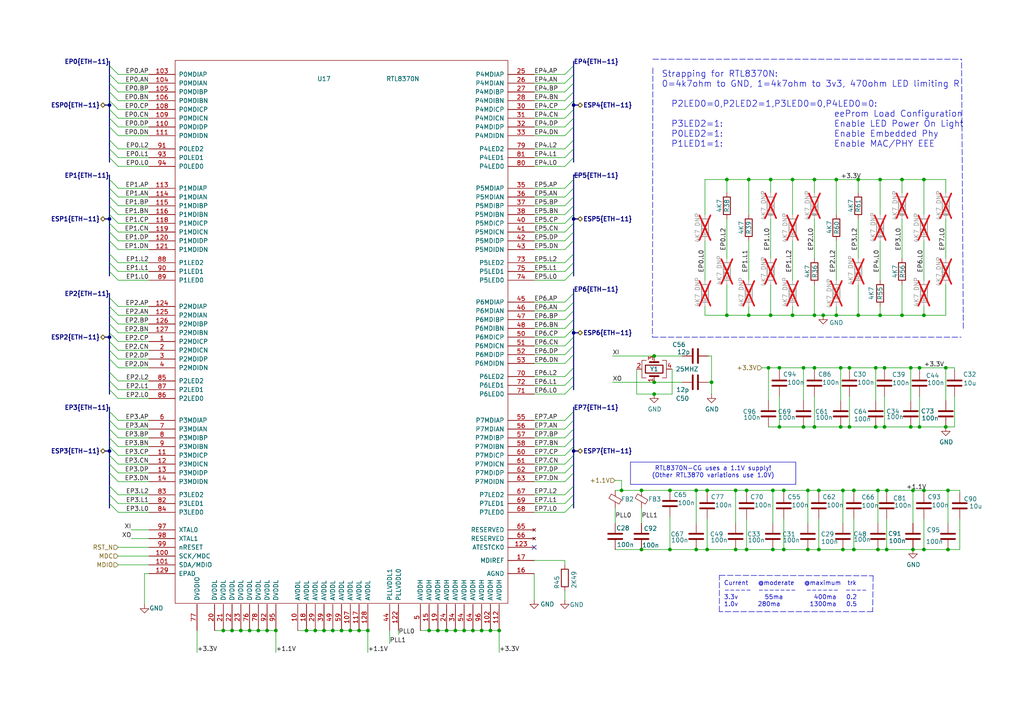
<source format=kicad_sch>
(kicad_sch (version 20231120) (generator "eeschema") (generator_version "8.0")
  (paper "A4")
  (title_block (title "Hexa-Pi") (date "2024-01/02") (rev "1.0") (company "Coxyz") (comment 1 "fjc"))
  (bus_alias "ETH-11" (members "AP" "AN" "BP" "BN" "CP" "CN" "DP" "DN" "L0" "L1" "L2"))
  (junction (at 229.87 91.44))
  (junction (at 261.62 91.44))
  (junction (at 74.93 182.88))
  (junction (at 166.37 63.5))
  (junction (at 31.75 63.5))
  (junction (at 264.795 142.24))
  (junction (at 216.535 142.24))
  (junction (at 205.105 159.385))
  (junction (at 31.75 130.81))
  (junction (at 236.22 123.825))
  (junction (at 186.055 159.385))
  (junction (at 247.65 159.385))
  (junction (at 206.375 110.871))
  (junction (at 257.175 142.24))
  (junction (at 31.75 30.48))
  (junction (at 72.39 182.88))
  (junction (at 274.32 106.68))
  (junction (at 77.47 182.88))
  (junction (at 139.7 182.88))
  (junction (at 254.635 159.385) (diameter 0.9144))
  (junction (at 242.57 52.07))
  (junction (at 226.06 106.68))
  (junction (at 217.17 52.07))
  (junction (at 227.33 142.24))
  (junction (at 255.27 91.44))
  (junction (at 226.06 123.825))
  (junction (at 256.54 106.68))
  (junction (at 254 106.68))
  (junction (at 223.52 91.44))
  (junction (at 243.84 106.68))
  (junction (at 236.22 52.07))
  (junction (at 213.36 142.24))
  (junction (at 234.315 142.24))
  (junction (at 237.49 142.24))
  (junction (at 246.38 106.68))
  (junction (at 104.14 182.88))
  (junction (at 224.155 159.385))
  (junction (at 222.885 106.68))
  (junction (at 224.155 142.24))
  (junction (at 243.84 123.825) (diameter 0.9144))
  (junction (at 254.635 142.24))
  (junction (at 67.31 182.88))
  (junction (at 127 182.88))
  (junction (at 69.85 182.88))
  (junction (at 93.98 182.88))
  (junction (at 246.38 123.825))
  (junction (at 237.49 159.385))
  (junction (at 255.27 52.07))
  (junction (at 247.65 142.24))
  (junction (at 134.62 182.88))
  (junction (at 201.93 142.24))
  (junction (at 267.97 52.07))
  (junction (at 236.22 106.68))
  (junction (at 234.315 159.385) (diameter 0.9144))
  (junction (at 223.52 52.07))
  (junction (at 91.44 182.88))
  (junction (at 144.78 182.88))
  (junction (at 216.535 159.385))
  (junction (at 201.93 159.385))
  (junction (at 106.68 182.88))
  (junction (at 88.9 182.88))
  (junction (at 96.52 182.88))
  (junction (at 266.7 106.68))
  (junction (at 210.82 52.07))
  (junction (at 267.97 159.385))
  (junction (at 256.54 123.825))
  (junction (at 229.87 52.07))
  (junction (at 205.105 142.24))
  (junction (at 189.738 103.251))
  (junction (at 248.92 91.44))
  (junction (at 238.76 91.44))
  (junction (at 64.77 182.88))
  (junction (at 264.16 123.825) (diameter 0.9144))
  (junction (at 189.738 114.3))
  (junction (at 210.82 91.44))
  (junction (at 166.37 130.81))
  (junction (at 266.7 123.825))
  (junction (at 166.37 96.52))
  (junction (at 189.738 110.871))
  (junction (at 274.955 159.385))
  (junction (at 261.62 52.07))
  (junction (at 194.31 159.385))
  (junction (at 274.955 142.24))
  (junction (at 233.045 123.825))
  (junction (at 213.36 159.385))
  (junction (at 80.01 182.88))
  (junction (at 142.24 182.88))
  (junction (at 99.06 182.88))
  (junction (at 166.37 30.48))
  (junction (at 233.045 106.68))
  (junction (at 137.16 182.88))
  (junction (at 244.475 142.24))
  (junction (at 101.6 182.88))
  (junction (at 257.175 159.385))
  (junction (at 194.31 142.24))
  (junction (at 186.055 142.24))
  (junction (at 31.75 97.79))
  (junction (at 274.32 123.825) (diameter 0.9144))
  (junction (at 227.33 159.385))
  (junction (at 267.97 142.24))
  (junction (at 236.22 91.44))
  (junction (at 244.475 159.385) (diameter 0.9144))
  (junction (at 248.92 52.07))
  (junction (at 124.46 182.88))
  (junction (at 254 123.825) (diameter 0.9144))
  (junction (at 217.17 91.44))
  (junction (at 132.08 182.88))
  (junction (at 264.795 159.385) (diameter 0.9144))
  (junction (at 264.16 106.68))
  (junction (at 242.57 91.44))
  (junction (at 129.54 182.88))
  (junction (at 180.2791 142.24))
  (junction (at 267.97 91.44))
  (no_connect (at 154.94 158.75))
  (bus_entry (at 31.75 86.36) (size 2.54 2.54))
  (bus_entry (at 166.37 21.59) (size -2.54 2.54))
  (bus_entry (at 166.37 26.67) (size -2.54 2.54))
  (bus_entry (at 166.37 134.62) (size -2.54 2.54))
  (bus_entry (at 31.75 143.51) (size 2.54 2.54))
  (bus_entry (at 31.75 134.62) (size 2.54 2.54))
  (bus_entry (at 31.75 96.52) (size 2.54 2.54))
  (bus_entry (at 166.37 121.92) (size -2.54 2.54))
  (bus_entry (at 31.75 119.38) (size 2.54 2.54))
  (bus_entry (at 166.37 73.66) (size -2.54 2.54))
  (bus_entry (at 166.37 124.46) (size -2.54 2.54))
  (bus_entry (at 166.37 106.68) (size -2.54 2.54))
  (bus_entry (at 166.37 97.79) (size -2.54 2.54))
  (bus_entry (at 166.37 24.13) (size -2.54 2.54))
  (bus_entry (at 31.75 52.07) (size 2.54 2.54))
  (bus_entry (at 31.75 110.49) (size 2.54 2.54))
  (bus_entry (at 31.75 31.75) (size 2.54 2.54))
  (bus_entry (at 31.75 24.13) (size 2.54 2.54))
  (bus_entry (at 166.37 64.77) (size -2.54 2.54))
  (bus_entry (at 31.75 67.31) (size 2.54 2.54))
  (bus_entry (at 166.37 87.63) (size -2.54 2.54))
  (bus_entry (at 166.37 34.29) (size -2.54 2.54))
  (bus_entry (at 31.75 140.97) (size 2.54 2.54))
  (bus_entry (at 31.75 121.92) (size 2.54 2.54))
  (bus_entry (at 31.75 124.46) (size 2.54 2.54))
  (bus_entry (at 31.75 127) (size 2.54 2.54))
  (bus_entry (at 31.75 104.14) (size 2.54 2.54))
  (bus_entry (at 31.75 40.64) (size 2.54 2.54))
  (bus_entry (at 31.75 146.05) (size 2.54 2.54))
  (bus_entry (at 166.37 132.08) (size -2.54 2.54))
  (bus_entry (at 166.37 109.22) (size -2.54 2.54))
  (bus_entry (at 166.37 19.05) (size -2.54 2.54))
  (bus_entry (at 166.37 85.09) (size -2.54 2.54))
  (bus_entry (at 166.37 52.07) (size -2.54 2.54))
  (bus_entry (at 166.37 146.05) (size -2.54 2.54))
  (bus_entry (at 166.37 69.85) (size -2.54 2.54))
  (bus_entry (at 31.75 29.21) (size 2.54 2.54))
  (bus_entry (at 31.75 59.69) (size 2.54 2.54))
  (bus_entry (at 31.75 129.54) (size 2.54 2.54))
  (bus_entry (at 31.75 19.05) (size 2.54 2.54))
  (bus_entry (at 166.37 102.87) (size -2.54 2.54))
  (bus_entry (at 31.75 93.98) (size 2.54 2.54))
  (bus_entry (at 31.75 34.29) (size 2.54 2.54))
  (bus_entry (at 31.75 88.9) (size 2.54 2.54))
  (bus_entry (at 166.37 92.71) (size -2.54 2.54))
  (bus_entry (at 166.37 29.21) (size -2.54 2.54))
  (bus_entry (at 166.37 143.51) (size -2.54 2.54))
  (bus_entry (at 166.37 67.31) (size -2.54 2.54))
  (bus_entry (at 166.37 31.75) (size -2.54 2.54))
  (bus_entry (at 31.75 107.95) (size 2.54 2.54))
  (bus_entry (at 166.37 54.61) (size -2.54 2.54))
  (bus_entry (at 31.75 91.44) (size 2.54 2.54))
  (bus_entry (at 166.37 137.16) (size -2.54 2.54))
  (bus_entry (at 166.37 129.54) (size -2.54 2.54))
  (bus_entry (at 31.75 99.06) (size 2.54 2.54))
  (bus_entry (at 166.37 59.69) (size -2.54 2.54))
  (bus_entry (at 166.37 45.72) (size -2.54 2.54))
  (bus_entry (at 166.37 127) (size -2.54 2.54))
  (bus_entry (at 166.37 40.64) (size -2.54 2.54))
  (bus_entry (at 166.37 76.2) (size -2.54 2.54))
  (bus_entry (at 31.75 113.03) (size 2.54 2.54))
  (bus_entry (at 166.37 90.17) (size -2.54 2.54))
  (bus_entry (at 31.75 101.6) (size 2.54 2.54))
  (bus_entry (at 166.37 111.76) (size -2.54 2.54))
  (bus_entry (at 31.75 36.83) (size 2.54 2.54))
  (bus_entry (at 166.37 57.15) (size -2.54 2.54))
  (bus_entry (at 31.75 76.2) (size 2.54 2.54))
  (bus_entry (at 166.37 36.83) (size -2.54 2.54))
  (bus_entry (at 31.75 64.77) (size 2.54 2.54))
  (bus_entry (at 166.37 100.33) (size -2.54 2.54))
  (bus_entry (at 166.37 140.97) (size -2.54 2.54))
  (bus_entry (at 166.37 43.18) (size -2.54 2.54))
  (bus_entry (at 31.75 62.23) (size 2.54 2.54))
  (bus_entry (at 31.75 21.59) (size 2.54 2.54))
  (bus_entry (at 31.75 132.08) (size 2.54 2.54))
  (bus_entry (at 31.75 57.15) (size 2.54 2.54))
  (bus_entry (at 166.37 95.25) (size -2.54 2.54))
  (bus_entry (at 166.37 119.38) (size -2.54 2.54))
  (bus_entry (at 31.75 54.61) (size 2.54 2.54))
  (bus_entry (at 31.75 73.66) (size 2.54 2.54))
  (bus_entry (at 31.75 26.67) (size 2.54 2.54))
  (bus_entry (at 31.75 45.72) (size 2.54 2.54))
  (bus_entry (at 31.75 78.74) (size 2.54 2.54))
  (bus_entry (at 31.75 137.16) (size 2.54 2.54))
  (bus_entry (at 31.75 69.85) (size 2.54 2.54))
  (bus_entry (at 31.75 43.18) (size 2.54 2.54))
  (bus_entry (at 166.37 62.23) (size -2.54 2.54))
  (bus_entry (at 166.37 78.74) (size -2.54 2.54))
  (wire (pts (xy 43.18 36.83) (xy 34.29 36.83)))
  (bus (pts (xy 31.75 104.14) (xy 31.75 107.95)))
  (bus (pts (xy 166.37 129.54) (xy 166.37 130.81)))
  (bus (pts (xy 31.75 119.38) (xy 31.75 121.92)))
  (wire (pts (xy 154.94 24.13) (xy 163.83 24.13)))
  (bus (pts (xy 31.75 64.77) (xy 31.75 67.31)))
  (wire (pts (xy 154.94 59.69) (xy 163.83 59.69)))
  (wire (pts (xy 184.658 107.061) (xy 184.658 114.3)))
  (bus (pts (xy 166.37 36.83) (xy 166.37 40.64)))
  (wire (pts (xy 154.94 143.51) (xy 163.83 143.51)))
  (wire (pts (xy 144.78 182.88) (xy 144.78 189.23)))
  (wire (pts (xy 217.17 52.07) (xy 223.52 52.07)))
  (wire (pts (xy 34.29 24.13) (xy 43.18 24.13)))
  (bus (pts (xy 31.75 30.48) (xy 31.75 31.75)))
  (wire (pts (xy 129.54 182.88) (xy 132.08 182.88)))
  (wire (pts (xy 43.18 132.08) (xy 34.29 132.08)))
  (wire (pts (xy 43.18 45.72) (xy 34.29 45.72)))
  (wire (pts (xy 229.87 52.07) (xy 236.22 52.07)))
  (wire (pts (xy 278.3773 142.24) (xy 274.955 142.24)))
  (wire (pts (xy 154.94 34.29) (xy 163.83 34.29)))
  (wire (pts (xy 43.18 127) (xy 34.29 127)))
  (bus (pts (xy 167.64 96.52) (xy 166.37 96.52)))
  (wire (pts (xy 267.97 142.875) (xy 267.97 142.24)))
  (wire (pts (xy 274.32 82.55) (xy 274.32 91.44)))
  (wire (pts (xy 237.49 150.495) (xy 237.49 159.385)))
  (bus (pts (xy 166.37 63.5) (xy 166.37 64.77)))
  (wire (pts (xy 267.97 88.9) (xy 267.97 91.44)))
  (bus (pts (xy 31.75 36.83) (xy 31.75 40.64)))
  (bus (pts (xy 31.75 118.11) (xy 31.75 119.38)))
  (bus (pts (xy 166.37 73.66) (xy 166.37 76.2)))
  (wire (pts (xy 223.52 82.55) (xy 223.52 91.44)))
  (wire (pts (xy 261.62 52.07) (xy 267.97 52.07)))
  (bus (pts (xy 31.75 110.49) (xy 31.75 113.03)))
  (wire (pts (xy 274.32 52.07) (xy 274.32 55.88)))
  (wire (pts (xy 226.06 106.68) (xy 226.06 107.315)))
  (wire (pts (xy 242.57 91.44) (xy 248.92 91.44)))
  (wire (pts (xy 216.535 142.24) (xy 224.155 142.24)))
  (wire (pts (xy 154.94 43.18) (xy 163.83 43.18)))
  (wire (pts (xy 121.92 182.88) (xy 124.46 182.88)))
  (bus (pts (xy 31.75 97.79) (xy 31.75 99.06)))
  (wire (pts (xy 256.54 106.68) (xy 256.54 107.315)))
  (wire (pts (xy 243.84 106.68) (xy 246.38 106.68)))
  (bus (pts (xy 31.75 34.29) (xy 31.75 36.83)))
  (wire (pts (xy 205.105 159.385) (xy 213.36 159.385)))
  (wire (pts (xy 217.17 69.85) (xy 217.17 81.28)))
  (bus (pts (xy 166.37 137.16) (xy 166.37 140.97)))
  (wire (pts (xy 246.38 123.825) (xy 254 123.825)))
  (wire (pts (xy 278.3773 150.5171) (xy 278.3773 159.385)))
  (wire (pts (xy 254.635 142.24) (xy 254.635 151.765)))
  (wire (pts (xy 236.22 123.825) (xy 243.84 123.825)))
  (wire (pts (xy 163.83 124.46) (xy 154.94 124.46)))
  (wire (pts (xy 255.27 69.85) (xy 255.27 81.28)))
  (wire (pts (xy 154.94 132.08) (xy 163.83 132.08)))
  (wire (pts (xy 180.2791 139.3426) (xy 180.2791 142.24)))
  (wire (pts (xy 74.93 182.88) (xy 77.47 182.88)))
  (wire (pts (xy 255.27 52.07) (xy 255.27 62.23)))
  (wire (pts (xy 154.94 137.16) (xy 163.83 137.16)))
  (wire (pts (xy 206.375 110.871) (xy 206.375 114.3)))
  (wire (pts (xy 43.18 134.62) (xy 34.29 134.62)))
  (wire (pts (xy 163.83 54.61) (xy 154.94 54.61)))
  (wire (pts (xy 223.52 63.5) (xy 223.52 74.93)))
  (wire (pts (xy 224.155 159.385) (xy 227.33 159.385)))
  (wire (pts (xy 227.33 150.495) (xy 227.33 159.385)))
  (wire (pts (xy 43.18 113.03) (xy 34.29 113.03)))
  (wire (pts (xy 233.045 106.68) (xy 233.045 116.205)))
  (wire (pts (xy 226.06 114.935) (xy 226.06 123.825)))
  (wire (pts (xy 266.7 106.68) (xy 266.7 107.315)))
  (bus (pts (xy 31.75 107.95) (xy 31.75 110.49)))
  (polyline (pts (xy 189.357 19.7104) (xy 189.23 97.79)) (stroke (width 0) (type dash)))
  (polyline (pts (xy 189.357 17.1704) (xy 278.892 17.1704)) (stroke (width 0) (type dash)))
  (polyline (pts (xy 189.23 97.79) (xy 278.765 97.79)) (stroke (width 0) (type dash)))
  (polyline (pts (xy 279.4 95.25) (xy 278.892 17.1704)) (stroke (width 0) (type dash)))
  (bus (pts (xy 31.75 59.69) (xy 31.75 62.23)))
  (bus (pts (xy 31.75 86.36) (xy 31.75 88.9)))
  (bus (pts (xy 166.37 50.8) (xy 167.64 50.8)))
  (wire (pts (xy 234.315 142.24) (xy 237.49 142.24)))
  (wire (pts (xy 237.49 142.24) (xy 244.475 142.24)))
  (bus (pts (xy 31.75 29.21) (xy 31.75 30.48)))
  (bus (pts (xy 31.75 132.08) (xy 31.75 134.62)))
  (wire (pts (xy 43.18 104.14) (xy 34.29 104.14)))
  (wire (pts (xy 223.52 52.07) (xy 229.87 52.07)))
  (wire (pts (xy 242.57 88.9) (xy 242.57 91.44)))
  (bus (pts (xy 166.37 31.75) (xy 166.37 34.29)))
  (wire (pts (xy 256.54 106.68) (xy 264.16 106.68)))
  (wire (pts (xy 254 106.68) (xy 254 116.205)))
  (wire (pts (xy 113.03 182.88) (xy 113.03 186.69)))
  (bus (pts (xy 166.37 87.63) (xy 166.37 90.17)))
  (wire (pts (xy 237.49 142.24) (xy 237.49 142.875)))
  (wire (pts (xy 154.94 111.76) (xy 163.83 111.76)))
  (wire (pts (xy 248.92 91.44) (xy 255.27 91.44)))
  (wire (pts (xy 206.375 103.251) (xy 206.375 110.871)))
  (wire (pts (xy 254 106.68) (xy 256.54 106.68)))
  (bus (pts (xy 166.37 19.05) (xy 166.37 21.59)))
  (wire (pts (xy 189.738 103.251) (xy 197.866 103.251)))
  (bus (pts (xy 166.37 100.33) (xy 166.37 102.87)))
  (wire (pts (xy 276.86 114.935) (xy 276.86 123.825)))
  (wire (pts (xy 43.18 69.85) (xy 34.29 69.85)))
  (wire (pts (xy 210.82 82.55) (xy 210.82 91.44)))
  (wire (pts (xy 43.18 39.37) (xy 34.29 39.37)))
  (wire (pts (xy 57.15 182.88) (xy 57.15 189.23)))
  (bus (pts (xy 166.37 111.76) (xy 166.37 113.03)))
  (bus (pts (xy 166.37 140.97) (xy 166.37 143.51)))
  (bus (pts (xy 166.37 121.92) (xy 166.37 124.46)))
  (wire (pts (xy 242.57 69.85) (xy 242.57 81.28)))
  (wire (pts (xy 154.94 100.33) (xy 163.83 100.33)))
  (wire (pts (xy 246.38 106.68) (xy 254 106.68)))
  (wire (pts (xy 163.83 121.92) (xy 154.94 121.92)))
  (wire (pts (xy 154.94 62.23) (xy 163.83 62.23)))
  (wire (pts (xy 132.08 182.88) (xy 134.62 182.88)))
  (wire (pts (xy 43.18 78.74) (xy 34.29 78.74)))
  (wire (pts (xy 274.32 106.68) (xy 274.32 116.205)))
  (wire (pts (xy 62.23 182.88) (xy 64.77 182.88)))
  (wire (pts (xy 261.62 82.55) (xy 261.62 91.44)))
  (wire (pts (xy 154.94 78.74) (xy 163.83 78.74)))
  (bus (pts (xy 166.37 124.46) (xy 166.37 127)))
  (wire (pts (xy 139.7 182.88) (xy 142.24 182.88)))
  (wire (pts (xy 246.38 114.935) (xy 246.38 123.825)))
  (wire (pts (xy 278.3773 142.8971) (xy 278.3773 142.24)))
  (wire (pts (xy 261.62 91.44) (xy 267.97 91.44)))
  (bus (pts (xy 31.75 88.9) (xy 31.75 91.44)))
  (wire (pts (xy 43.18 64.77) (xy 34.29 64.77)))
  (bus (pts (xy 31.75 67.31) (xy 31.75 69.85)))
  (bus (pts (xy 166.37 143.51) (xy 166.37 146.05)))
  (wire (pts (xy 43.18 143.51) (xy 34.29 143.51)))
  (wire (pts (xy 180.2791 142.24) (xy 186.055 142.24)))
  (wire (pts (xy 201.93 159.385) (xy 205.105 159.385)))
  (bus (pts (xy 31.75 63.5) (xy 31.75 64.77)))
  (wire (pts (xy 264.16 123.825) (xy 266.7 123.825)))
  (wire (pts (xy 34.29 158.75) (xy 43.18 158.75)))
  (wire (pts (xy 266.7 106.68) (xy 274.32 106.68)))
  (polyline (pts (xy 208.661 166.878) (xy 253.238 167.005)) (stroke (width 0) (type dash)))
  (polyline (pts (xy 208.661 177.419) (xy 208.661 166.878)) (stroke (width 0) (type dash)))
  (polyline (pts (xy 253.238 167.005) (xy 253.111 177.419)) (stroke (width 0) (type dash)))
  (polyline (pts (xy 253.111 177.419) (xy 208.661 177.419)) (stroke (width 0) (type dash)))
  (wire (pts (xy 254.635 142.24) (xy 257.175 142.24)))
  (wire (pts (xy 257.175 142.24) (xy 264.795 142.24)))
  (wire (pts (xy 264.795 142.24) (xy 264.795 151.765)))
  (wire (pts (xy 255.27 52.07) (xy 261.62 52.07)))
  (wire (pts (xy 204.47 52.07) (xy 210.82 52.07)))
  (wire (pts (xy 154.94 39.37) (xy 163.83 39.37)))
  (bus (pts (xy 31.75 21.59) (xy 31.75 24.13)))
  (wire (pts (xy 154.94 114.3) (xy 163.83 114.3)))
  (wire (pts (xy 244.475 142.24) (xy 244.475 151.765)))
  (wire (pts (xy 41.91 175.26) (xy 41.91 166.37)))
  (wire (pts (xy 184.658 114.3) (xy 189.738 114.3)))
  (wire (pts (xy 154.94 67.31) (xy 163.83 67.31)))
  (bus (pts (xy 166.37 119.38) (xy 166.37 121.92)))
  (wire (pts (xy 236.22 63.5) (xy 236.22 74.93)))
  (wire (pts (xy 99.06 182.88) (xy 101.6 182.88)))
  (wire (pts (xy 34.29 57.15) (xy 43.18 57.15)))
  (bus (pts (xy 167.64 63.5) (xy 166.37 63.5)))
  (wire (pts (xy 43.18 101.6) (xy 34.29 101.6)))
  (wire (pts (xy 201.93 142.24) (xy 205.105 142.24)))
  (wire (pts (xy 43.18 43.18) (xy 34.29 43.18)))
  (bus (pts (xy 166.37 45.72) (xy 166.37 46.99)))
  (wire (pts (xy 255.27 88.9) (xy 255.27 91.44)))
  (wire (pts (xy 220.98 106.68) (xy 222.885 106.68)))
  (wire (pts (xy 205.105 142.24) (xy 213.36 142.24)))
  (wire (pts (xy 194.31 142.24) (xy 201.93 142.24)))
  (bus (pts (xy 31.75 26.67) (xy 31.75 29.21)))
  (wire (pts (xy 137.16 182.88) (xy 139.7 182.88)))
  (wire (pts (xy 244.475 142.24) (xy 247.65 142.24)))
  (wire (pts (xy 247.65 142.24) (xy 254.635 142.24)))
  (bus (pts (xy 31.75 73.66) (xy 31.75 76.2)))
  (wire (pts (xy 205.486 103.251) (xy 206.375 103.251)))
  (wire (pts (xy 266.7 123.825) (xy 274.32 123.825)))
  (wire (pts (xy 34.29 163.83) (xy 43.18 163.83)))
  (wire (pts (xy 178.435 159.385) (xy 186.055 159.385)))
  (wire (pts (xy 247.65 150.495) (xy 247.65 159.385)))
  (wire (pts (xy 104.14 182.88) (xy 106.68 182.88)))
  (wire (pts (xy 64.77 182.88) (xy 67.31 182.88)))
  (bus (pts (xy 166.37 52.07) (xy 166.37 54.61)))
  (wire (pts (xy 257.175 150.495) (xy 257.175 159.385)))
  (bus (pts (xy 31.75 137.16) (xy 31.75 140.97)))
  (bus (pts (xy 31.75 17.78) (xy 31.75 19.05)))
  (wire (pts (xy 248.92 52.07) (xy 255.27 52.07)))
  (wire (pts (xy 261.62 63.5) (xy 261.62 74.93)))
  (wire (pts (xy 154.94 31.75) (xy 163.83 31.75)))
  (wire (pts (xy 256.54 114.935) (xy 256.54 123.825)))
  (bus (pts (xy 30.48 130.81) (xy 31.75 130.81)))
  (bus (pts (xy 166.37 92.71) (xy 166.37 95.25)))
  (bus (pts (xy 166.37 69.85) (xy 166.37 73.66)))
  (bus (pts (xy 166.37 59.69) (xy 166.37 62.23)))
  (bus (pts (xy 31.75 134.62) (xy 31.75 137.16)))
  (wire (pts (xy 236.22 91.44) (xy 238.76 91.44)))
  (bus (pts (xy 31.75 85.09) (xy 31.75 86.36)))
  (wire (pts (xy 234.315 142.24) (xy 234.315 151.765)))
  (wire (pts (xy 194.945 114.3) (xy 194.945 107.061)))
  (bus (pts (xy 166.37 106.68) (xy 166.37 109.22)))
  (bus (pts (xy 30.48 63.5) (xy 31.75 63.5)))
  (wire (pts (xy 154.94 146.05) (xy 163.83 146.05)))
  (wire (pts (xy 180.2791 142.24) (xy 178.435 142.24)))
  (wire (pts (xy 205.105 150.495) (xy 205.105 159.385)))
  (wire (pts (xy 43.18 129.54) (xy 34.29 129.54)))
  (bus (pts (xy 166.37 24.13) (xy 166.37 26.67)))
  (wire (pts (xy 274.955 151.765) (xy 274.955 142.24)))
  (wire (pts (xy 217.17 52.07) (xy 217.17 62.23)))
  (wire (pts (xy 43.18 99.06) (xy 34.29 99.06)))
  (wire (pts (xy 43.18 62.23) (xy 34.29 62.23)))
  (bus (pts (xy 31.75 78.74) (xy 31.75 80.01)))
  (wire (pts (xy 194.31 149.86) (xy 194.31 159.385)))
  (wire (pts (xy 236.22 52.07) (xy 242.57 52.07)))
  (wire (pts (xy 43.18 34.29) (xy 34.29 34.29)))
  (wire (pts (xy 264.16 106.68) (xy 266.7 106.68)))
  (wire (pts (xy 154.94 105.41) (xy 163.83 105.41)))
  (bus (pts (xy 166.37 127) (xy 166.37 129.54)))
  (bus (pts (xy 166.37 30.48) (xy 166.37 31.75)))
  (wire (pts (xy 205.105 142.24) (xy 205.105 142.875)))
  (bus (pts (xy 166.37 85.09) (xy 166.37 87.63)))
  (wire (pts (xy 154.94 76.2) (xy 163.83 76.2)))
  (wire (pts (xy 34.29 161.29) (xy 43.18 161.29)))
  (wire (pts (xy 34.29 88.9) (xy 43.18 88.9)))
  (wire (pts (xy 186.055 159.385) (xy 194.31 159.385)))
  (wire (pts (xy 247.65 142.24) (xy 247.65 142.875)))
  (wire (pts (xy 34.29 124.46) (xy 43.18 124.46)))
  (wire (pts (xy 238.76 91.44) (xy 242.57 91.44)))
  (bus (pts (xy 166.37 76.2) (xy 166.37 78.74)))
  (bus (pts (xy 31.75 143.51) (xy 31.75 146.05)))
  (bus (pts (xy 166.37 29.21) (xy 166.37 30.48)))
  (bus (pts (xy 166.37 97.79) (xy 166.37 100.33)))
  (bus (pts (xy 166.37 132.08) (xy 166.37 134.62)))
  (wire (pts (xy 154.94 162.56) (xy 163.83 162.56)))
  (wire (pts (xy 154.94 26.67) (xy 163.83 26.67)))
  (wire (pts (xy 267.97 159.385) (xy 274.955 159.385)))
  (bus (pts (xy 31.75 129.54) (xy 31.75 130.81)))
  (bus (pts (xy 166.37 17.78) (xy 166.37 19.05)))
  (bus (pts (xy 166.37 54.61) (xy 166.37 57.15)))
  (bus (pts (xy 166.37 67.31) (xy 166.37 69.85)))
  (wire (pts (xy 213.36 159.385) (xy 216.535 159.385)))
  (wire (pts (xy 243.84 106.68) (xy 243.84 116.205)))
  (wire (pts (xy 216.535 150.495) (xy 216.535 159.385)))
  (bus (pts (xy 31.75 50.8) (xy 31.75 52.07)))
  (wire (pts (xy 242.57 52.07) (xy 248.92 52.07)))
  (wire (pts (xy 233.045 123.825) (xy 236.22 123.825)))
  (wire (pts (xy 194.945 107.061) (xy 194.818 107.061)))
  (wire (pts (xy 34.29 121.92) (xy 43.18 121.92)))
  (wire (pts (xy 80.01 182.88) (xy 80.01 189.23)))
  (bus (pts (xy 166.37 21.59) (xy 166.37 24.13)))
  (wire (pts (xy 43.18 139.7) (xy 34.29 139.7)))
  (wire (pts (xy 274.32 91.44) (xy 267.97 91.44)))
  (wire (pts (xy 86.36 182.88) (xy 88.9 182.88)))
  (wire (pts (xy 69.85 182.88) (xy 72.39 182.88)))
  (wire (pts (xy 227.33 142.24) (xy 234.315 142.24)))
  (bus (pts (xy 166.37 62.23) (xy 166.37 63.5)))
  (wire (pts (xy 254.635 159.385) (xy 257.175 159.385)))
  (wire (pts (xy 257.175 159.385) (xy 264.795 159.385)))
  (wire (pts (xy 43.18 29.21) (xy 34.29 29.21)))
  (wire (pts (xy 194.31 159.385) (xy 201.93 159.385)))
  (bus (pts (xy 166.37 146.05) (xy 166.37 147.32)))
  (wire (pts (xy 222.885 106.68) (xy 222.885 116.205)))
  (wire (pts (xy 142.24 182.88) (xy 144.78 182.88)))
  (wire (pts (xy 236.22 52.07) (xy 236.22 55.88)))
  (bus (pts (xy 166.37 50.8) (xy 166.37 52.07)))
  (wire (pts (xy 256.54 123.825) (xy 264.16 123.825)))
  (wire (pts (xy 154.94 48.26) (xy 163.83 48.26)))
  (wire (pts (xy 227.33 159.385) (xy 234.315 159.385)))
  (wire (pts (xy 204.47 52.07) (xy 204.47 62.23)))
  (wire (pts (xy 267.97 52.07) (xy 267.97 62.23)))
  (wire (pts (xy 96.52 182.88) (xy 99.06 182.88)))
  (wire (pts (xy 222.885 123.825) (xy 226.06 123.825)))
  (wire (pts (xy 43.18 67.31) (xy 34.29 67.31)))
  (bus (pts (xy 31.75 140.97) (xy 31.75 143.51)))
  (bus (pts (xy 166.37 90.17) (xy 166.37 92.71)))
  (bus (pts (xy 166.37 83.82) (xy 166.37 85.09)))
  (wire (pts (xy 72.39 182.88) (xy 74.93 182.88)))
  (bus (pts (xy 166.37 78.74) (xy 166.37 80.01)))
  (wire (pts (xy 217.17 88.9) (xy 217.17 91.44)))
  (wire (pts (xy 154.94 64.77) (xy 163.83 64.77)))
  (wire (pts (xy 267.97 69.85) (xy 267.97 81.28)))
  (bus (pts (xy 31.75 91.44) (xy 31.75 93.98)))
  (bus (pts (xy 31.75 113.03) (xy 31.75 114.3)))
  (wire (pts (xy 134.62 182.88) (xy 137.16 182.88)))
  (wire (pts (xy 154.94 69.85) (xy 163.83 69.85)))
  (wire (pts (xy 154.94 139.7) (xy 163.83 139.7)))
  (bus (pts (xy 31.75 54.61) (xy 31.75 57.15)))
  (wire (pts (xy 101.6 182.88) (xy 104.14 182.88)))
  (wire (pts (xy 154.94 29.21) (xy 163.83 29.21)))
  (wire (pts (xy 217.17 91.44) (xy 223.52 91.44)))
  (wire (pts (xy 163.83 171.45) (xy 163.83 173.99)))
  (wire (pts (xy 43.18 72.39) (xy 34.29 72.39)))
  (wire (pts (xy 154.94 45.72) (xy 163.83 45.72)))
  (wire (pts (xy 274.955 142.24) (xy 267.97 142.24)))
  (wire (pts (xy 115.57 182.88) (xy 115.57 184.15)))
  (wire (pts (xy 266.7 114.935) (xy 266.7 123.825)))
  (wire (pts (xy 180.2791 139.3426) (xy 178.3884 139.3426)))
  (wire (pts (xy 223.52 91.44) (xy 229.87 91.44)))
  (bus (pts (xy 167.64 130.81) (xy 166.37 130.81)))
  (wire (pts (xy 229.87 88.9) (xy 229.87 91.44)))
  (bus (pts (xy 166.37 118.11) (xy 166.37 119.38)))
  (wire (pts (xy 213.36 142.24) (xy 213.36 151.765)))
  (wire (pts (xy 43.18 48.26) (xy 34.29 48.26)))
  (bus (pts (xy 31.75 40.64) (xy 31.75 43.18)))
  (bus (pts (xy 31.75 24.13) (xy 31.75 26.67)))
  (wire (pts (xy 213.36 142.24) (xy 216.535 142.24)))
  (wire (pts (xy 261.62 52.07) (xy 261.62 55.88)))
  (wire (pts (xy 243.84 123.825) (xy 246.38 123.825)))
  (wire (pts (xy 204.47 91.44) (xy 210.82 91.44)))
  (wire (pts (xy 267.97 150.495) (xy 267.97 159.385)))
  (wire (pts (xy 178.435 147.32) (xy 178.435 151.765)))
  (wire (pts (xy 43.18 76.2) (xy 34.29 76.2)))
  (wire (pts (xy 34.29 21.59) (xy 43.18 21.59)))
  (wire (pts (xy 264.16 106.68) (xy 264.16 116.205)))
  (wire (pts (xy 154.94 148.59) (xy 163.83 148.59)))
  (wire (pts (xy 248.92 63.5) (xy 248.92 74.93)))
  (wire (pts (xy 189.738 110.871) (xy 197.866 110.871)))
  (wire (pts (xy 41.91 166.37) (xy 43.18 166.37)))
  (wire (pts (xy 257.175 142.24) (xy 257.175 142.875)))
  (bus (pts (xy 31.75 31.75) (xy 31.75 34.29)))
  (wire (pts (xy 43.18 115.57) (xy 34.29 115.57)))
  (wire (pts (xy 43.18 96.52) (xy 34.29 96.52)))
  (wire (pts (xy 274.32 52.07) (xy 267.97 52.07)))
  (wire (pts (xy 254 123.825) (xy 256.54 123.825)))
  (wire (pts (xy 226.06 123.825) (xy 233.045 123.825)))
  (wire (pts (xy 236.22 106.68) (xy 243.84 106.68)))
  (bus (pts (xy 166.37 26.67) (xy 166.37 29.21)))
  (wire (pts (xy 248.92 52.07) (xy 248.92 55.88)))
  (wire (pts (xy 222.885 106.68) (xy 226.06 106.68)))
  (wire (pts (xy 106.68 182.88) (xy 106.68 189.23)))
  (bus (pts (xy 31.75 45.72) (xy 31.75 46.99)))
  (wire (pts (xy 233.045 106.68) (xy 236.22 106.68)))
  (wire (pts (xy 34.29 54.61) (xy 43.18 54.61)))
  (wire (pts (xy 246.38 106.68) (xy 246.38 107.315)))
  (bus (pts (xy 30.48 30.48) (xy 31.75 30.48)))
  (wire (pts (xy 93.98 182.88) (xy 96.52 182.88)))
  (wire (pts (xy 124.46 182.88) (xy 127 182.88)))
  (wire (pts (xy 154.94 92.71) (xy 163.83 92.71)))
  (wire (pts (xy 43.18 137.16) (xy 34.29 137.16)))
  (wire (pts (xy 43.18 110.49) (xy 34.29 110.49)))
  (wire (pts (xy 154.94 95.25) (xy 163.83 95.25)))
  (wire (pts (xy 43.18 81.28) (xy 34.29 81.28)))
  (wire (pts (xy 189.738 114.3) (xy 194.945 114.3)))
  (wire (pts (xy 226.06 106.68) (xy 233.045 106.68)))
  (wire (pts (xy 210.82 52.07) (xy 210.82 55.88)))
  (wire (pts (xy 163.83 57.15) (xy 154.94 57.15)))
  (wire (pts (xy 227.33 142.24) (xy 227.33 142.875)))
  (wire (pts (xy 255.27 91.44) (xy 261.62 91.44)))
  (wire (pts (xy 274.32 63.5) (xy 274.32 74.93)))
  (bus (pts (xy 166.37 95.25) (xy 166.37 96.52)))
  (wire (pts (xy 43.18 106.68) (xy 34.29 106.68)))
  (wire (pts (xy 186.055 147.32) (xy 186.055 151.765)))
  (bus (pts (xy 31.75 121.92) (xy 31.75 124.46)))
  (wire (pts (xy 229.87 69.85) (xy 229.87 81.28)))
  (wire (pts (xy 154.94 72.39) (xy 163.83 72.39)))
  (bus (pts (xy 166.37 34.29) (xy 166.37 36.83)))
  (bus (pts (xy 31.75 101.6) (xy 31.75 104.14)))
  (wire (pts (xy 201.93 142.24) (xy 201.93 151.765)))
  (wire (pts (xy 210.82 91.44) (xy 217.17 91.44)))
  (wire (pts (xy 204.47 69.85) (xy 204.47 81.28)))
  (wire (pts (xy 224.155 142.24) (xy 224.155 151.765)))
  (wire (pts (xy 154.94 81.28) (xy 163.83 81.28)))
  (bus (pts (xy 31.75 99.06) (xy 31.75 101.6)))
  (wire (pts (xy 163.83 87.63) (xy 154.94 87.63)))
  (bus (pts (xy 31.75 57.15) (xy 31.75 59.69)))
  (wire (pts (xy 43.18 31.75) (xy 34.29 31.75)))
  (wire (pts (xy 177.673 103.251) (xy 189.738 103.251)))
  (wire (pts (xy 154.94 102.87) (xy 163.83 102.87)))
  (wire (pts (xy 154.94 21.59) (xy 163.83 21.59)))
  (bus (pts (xy 31.75 96.52) (xy 31.75 97.79)))
  (wire (pts (xy 163.83 90.17) (xy 154.94 90.17)))
  (wire (pts (xy 229.87 52.07) (xy 229.87 62.23)))
  (bus (pts (xy 31.75 127) (xy 31.75 129.54)))
  (bus (pts (xy 166.37 134.62) (xy 166.37 137.16)))
  (wire (pts (xy 43.18 59.69) (xy 34.29 59.69)))
  (wire (pts (xy 276.86 106.68) (xy 276.86 107.315)))
  (wire (pts (xy 248.92 82.55) (xy 248.92 91.44)))
  (bus (pts (xy 31.75 130.81) (xy 31.75 132.08)))
  (wire (pts (xy 236.22 91.44) (xy 229.87 91.44)))
  (wire (pts (xy 43.18 26.67) (xy 34.29 26.67)))
  (wire (pts (xy 267.97 142.24) (xy 264.795 142.24)))
  (bus (pts (xy 31.75 43.18) (xy 31.75 45.72)))
  (wire (pts (xy 43.18 153.67) (xy 38.1 153.67)))
  (bus (pts (xy 166.37 43.18) (xy 166.37 45.72)))
  (wire (pts (xy 216.535 159.385) (xy 224.155 159.385)))
  (wire (pts (xy 67.31 182.88) (xy 69.85 182.88)))
  (bus (pts (xy 31.75 76.2) (xy 31.75 78.74)))
  (wire (pts (xy 91.44 182.88) (xy 93.98 182.88)))
  (wire (pts (xy 34.29 91.44) (xy 43.18 91.44)))
  (bus (pts (xy 166.37 57.15) (xy 166.37 59.69)))
  (wire (pts (xy 236.22 82.55) (xy 236.22 91.44)))
  (wire (pts (xy 154.94 127) (xy 163.83 127)))
  (bus (pts (xy 31.75 69.85) (xy 31.75 73.66)))
  (wire (pts (xy 43.18 148.59) (xy 34.29 148.59)))
  (wire (pts (xy 210.82 52.07) (xy 217.17 52.07)))
  (bus (pts (xy 31.75 19.05) (xy 31.75 21.59)))
  (wire (pts (xy 216.535 142.24) (xy 216.535 142.875)))
  (wire (pts (xy 163.83 162.56) (xy 163.83 163.83)))
  (wire (pts (xy 242.57 52.07) (xy 242.57 62.23)))
  (bus (pts (xy 31.75 124.46) (xy 31.75 127)))
  (bus (pts (xy 31.75 62.23) (xy 31.75 63.5)))
  (wire (pts (xy 154.94 109.22) (xy 163.83 109.22)))
  (bus (pts (xy 30.48 97.79) (xy 31.75 97.79)))
  (bus (pts (xy 31.75 146.05) (xy 31.75 147.32)))
  (wire (pts (xy 186.055 142.24) (xy 194.31 142.24)))
  (wire (pts (xy 77.47 182.88) (xy 80.01 182.88)))
  (wire (pts (xy 274.32 106.68) (xy 276.86 106.68)))
  (wire (pts (xy 177.673 110.871) (xy 189.738 110.871)))
  (wire (pts (xy 210.82 63.5) (xy 210.82 74.93)))
  (wire (pts (xy 244.475 159.385) (xy 247.65 159.385)))
  (wire (pts (xy 247.65 159.385) (xy 254.635 159.385)))
  (wire (pts (xy 127 182.88) (xy 129.54 182.88)))
  (wire (pts (xy 264.795 159.385) (xy 267.97 159.385)))
  (wire (pts (xy 278.3773 159.385) (xy 274.955 159.385)))
  (wire (pts (xy 43.18 146.05) (xy 34.29 146.05)))
  (wire (pts (xy 38.1 156.21) (xy 43.18 156.21)))
  (wire (pts (xy 205.486 110.871) (xy 206.375 110.871)))
  (wire (pts (xy 236.22 106.68) (xy 236.22 107.315)))
  (bus (pts (xy 166.37 130.81) (xy 166.37 132.08)))
  (wire (pts (xy 154.94 36.83) (xy 163.83 36.83)))
  (wire (pts (xy 234.315 159.385) (xy 237.49 159.385)))
  (wire (pts (xy 237.49 159.385) (xy 244.475 159.385)))
  (wire (pts (xy 154.94 166.37) (xy 154.94 173.99)))
  (wire (pts (xy 154.94 134.62) (xy 163.83 134.62)))
  (bus (pts (xy 166.37 64.77) (xy 166.37 67.31)))
  (wire (pts (xy 43.18 93.98) (xy 34.29 93.98)))
  (bus (pts (xy 166.37 96.52) (xy 166.37 97.79)))
  (wire (pts (xy 88.9 182.88) (xy 91.44 182.88)))
  (wire (pts (xy 276.86 123.825) (xy 274.32 123.825)))
  (bus (pts (xy 166.37 109.22) (xy 166.37 111.76)))
  (wire (pts (xy 154.94 97.79) (xy 163.83 97.79)))
  (wire (pts (xy 154.94 129.54) (xy 163.83 129.54)))
  (bus (pts (xy 166.37 102.87) (xy 166.37 106.68)))
  (wire (pts (xy 204.47 88.9) (xy 204.47 91.44)))
  (bus (pts (xy 31.75 52.07) (xy 31.75 54.61)))
  (bus (pts (xy 31.75 93.98) (xy 31.75 96.52)))
  (wire (pts (xy 224.155 142.24) (xy 227.33 142.24)))
  (bus (pts (xy 166.37 40.64) (xy 166.37 43.18)))
  (wire (pts (xy 223.52 52.07) (xy 223.52 55.88)))
  (bus (pts (xy 167.64 30.48) (xy 166.37 30.48)))
  (wire (pts (xy 236.22 114.935) (xy 236.22 123.825)))
  (text_box "RTL8370N-CG uses a 1.1V supply!\n(Other RTL3870 variations use 1.0V)" (at 182.8644 134.0235 0) (size 47.9462 6.459) (effects (font (size 1.27 1.27)) (justify top)))
  (text "Strapping for RTL8370N:\n0=4k7ohm to GND, 1=4k7ohm to 3v3, 470ohm LED limiting R\n\n  P2LED0=0,P2LED2=1,P3LED0=0,P4LED0=0: \n							eeProm Load Configuration\n  P3LED2=1: 				Enable LED Power On Light\n  P0LED2=1: 				Enable Embedded Phy\n  P1LED1=1: 				Enable MAC/PHY EEE" (at 191.897 42.926 0) (effects (font (size 1.8 1.8)) (justify left bottom)))
  (text "Current	@moderate   @maximum  trk\n----- 	-------   ------  ----\n3.3v 	  55ma     	 400ma   0.2\n1.0v      280ma	     1300ma   0.5\n" (at 209.931 176.149 0) (effects (font (size 1.27 1.27)) (justify left bottom)))
  (label "EP3.L1" (at 43.18 146.05 180))
  (label "EP6.CP" (at 154.94 97.79 0))
  (label "EP0.CN" (at 43.18 34.29 180))
  (label "EP4.DN" (at 154.94 39.37 0))
  (label "EP7.L1" (at 154.94 146.05 0))
  (label "EP0.L2" (at 43.18 43.18 180))
  (label "EP2.AP" (at 43.18 88.9 180))
  (label "EP6.L0" (at 154.94 114.3 0))
  (label "EP2.L1" (at 43.18 113.03 180))
  (label "EP7.AP" (at 154.94 121.92 0))
  (label "EP4.L0" (at 255.27 72.39 270))
  (label "EP0.AN" (at 43.18 24.13 180))
  (label "EP4.AN" (at 154.94 24.13 0))
  (label "EP2.L0" (at 43.18 115.57 180))
  (label "+3.3V" (at 144.78 189.23 0))
  (label "EP7{ETH-11}" (at 166.37 119.38 0) (effects (font (bold yes))))
  (label "EP1.L1" (at 43.18 78.74 180))
  (label "PLL0" (at 178.435 150.495 0))
  (label "EP3.L0" (at 261.62 66.04 270))
  (label "EP1.L1" (at 217.17 72.39 270))
  (label "EP1.DP" (at 43.18 69.85 180))
  (label "EP0.L0" (at 204.47 72.39 270))
  (label "EP4.BN" (at 154.94 29.21 0))
  (label "EP1.L0" (at 223.52 66.04 270))
  (label "EP7.BN" (at 154.94 129.54 0))
  (label "EP0.BP" (at 43.18 26.67 180))
  (label "EP4{ETH-11}" (at 166.37 19.05 0) (effects (font (bold yes))))
  (label "EP2.DN" (at 43.18 106.68 180))
  (label "EP7.CP" (at 154.94 132.08 0))
  (label "EP2.CN" (at 43.18 101.6 180))
  (label "XO" (at 177.673 110.871 0))
  (label "EP7.BP" (at 154.94 127 0))
  (label "EP7.DN" (at 154.94 139.7 0))
  (label "EP3.L2" (at 248.92 66.04 270))
  (label "+1.1V" (at 106.68 189.23 0))
  (label "EP4.CN" (at 154.94 34.29 0))
  (label "EP6.CN" (at 154.94 100.33 0))
  (label "EP0.L2" (at 210.82 66.04 270))
  (label "EP2.DP" (at 43.18 104.14 180))
  (label "XI" (at 38.1 153.67 180))
  (label "EP3.CN" (at 43.18 134.62 180))
  (label "EP5.DP" (at 154.94 69.85 0))
  (label "+3.3V" (at 57.15 189.23 0))
  (label "EP2.AN" (at 43.18 91.44 180))
  (label "EP5.CN" (at 154.94 67.31 0))
  (label "EP0.L0" (at 43.18 48.26 180))
  (label "EP6.DP" (at 154.94 102.87 0))
  (label "EP0.BN" (at 43.18 29.21 180))
  (label "EP0.DP" (at 43.18 36.83 180))
  (label "EP5.CP" (at 154.94 64.77 0))
  (label "EP0.DN" (at 43.18 39.37 180))
  (label "EP6.L0" (at 267.97 72.39 270))
  (label "XO" (at 38.1 156.21 180))
  (label "EP4.L1" (at 154.94 45.72 0))
  (label "EP5{ETH-11}" (at 166.37 52.07 0) (effects (font (bold yes))))
  (label "EP4.L2" (at 154.94 43.18 0))
  (label "EP3.AN" (at 43.18 124.46 180))
  (label "EP5.AP" (at 154.94 54.61 0))
  (label "EP1.AP" (at 43.18 54.61 180))
  (label "EP0.L1" (at 43.18 45.72 180))
  (label "EP4.CP" (at 154.94 31.75 0))
  (label "EP1.CN" (at 43.18 67.31 180))
  (label "PLL1" (at 113.03 186.69 0))
  (label "EP7.L0" (at 274.32 66.04 270))
  (label "EP1.L2" (at 43.18 76.2 180))
  (label "+3.3V" (at 243.84 52.07 0))
  (label "EP5.L1" (at 154.94 78.74 0))
  (label "PLL1" (at 186.055 150.495 0))
  (label "EP6{ETH-11}" (at 166.37 85.09 0) (effects (font (bold yes))))
  (label "EP3{ETH-11}" (at 31.75 119.38 180) (effects (font (bold yes))))
  (label "EP6.BN" (at 154.94 95.25 0))
  (label "EP3.L0" (at 43.18 148.59 180))
  (label "EP5.BN" (at 154.94 62.23 0))
  (label "EP1.BN" (at 43.18 62.23 180))
  (label "EP5.BP" (at 154.94 59.69 0))
  (label "EP1.L0" (at 43.18 81.28 180))
  (label "EP1.L2" (at 229.87 72.39 270))
  (label "EP1.DN" (at 43.18 72.39 180))
  (label "EP6.AP" (at 154.94 87.63 0))
  (label "EP1{ETH-11}" (at 31.75 52.07 180) (effects (font (bold yes))))
  (label "EP3.DP" (at 43.18 137.16 180))
  (label "EP3.AP" (at 43.18 121.92 180))
  (label "EP2.L2" (at 242.57 72.39 270))
  (label "XI" (at 177.673 103.251 0))
  (label "EP5.L2" (at 154.94 76.2 0))
  (label "EP4.AP" (at 154.94 21.59 0))
  (label "EP6.L1" (at 154.94 111.76 0))
  (label "EP1.CP" (at 43.18 64.77 180))
  (label "EP5.AN" (at 154.94 57.15 0))
  (label "EP7.DP" (at 154.94 137.16 0))
  (label "EP2.BN" (at 43.18 96.52 180))
  (label "EP3.DN" (at 43.18 139.7 180))
  (label "EP0.AP" (at 43.18 21.59 180))
  (label "EP5.DN" (at 154.94 72.39 0))
  (label "EP3.L2" (at 43.18 143.51 180))
  (label "EP7.L2" (at 154.94 143.51 0))
  (label "EP6.BP" (at 154.94 92.71 0))
  (label "EP2{ETH-11}" (at 31.75 86.36 180) (effects (font (bold yes))))
  (label "EP6.L2" (at 154.94 109.22 0))
  (label "EP6.AN" (at 154.94 90.17 0))
  (label "EP0{ETH-11}" (at 31.75 19.05 180) (effects (font (bold yes))))
  (label "+1.1V" (at 80.01 189.23 0))
  (label "EP5.L0" (at 154.94 81.28 0))
  (label "EP3.BN" (at 43.18 129.54 180))
  (label "EP7.L0" (at 154.94 148.59 0))
  (label "EP3.BP" (at 43.18 127 180))
  (label "EP6.DN" (at 154.94 105.41 0))
  (label "+1.1V" (at 262.8156 142.2595 0))
  (label "EP4.BP" (at 154.94 26.67 0))
  (label "EP4.DP" (at 154.94 36.83 0))
  (label "EP0.CP" (at 43.18 31.75 180))
  (label "EP7.AN" (at 154.94 124.46 0))
  (label "EP2.L2" (at 43.18 110.49 180))
  (label "EP1.BP" (at 43.18 59.69 180))
  (label "+3.3V" (at 267.97 106.68 0))
  (label "EP7.CN" (at 154.94 134.62 0))
  (label "EP4.L0" (at 154.94 48.26 0))
  (label "EP2.L0" (at 236.22 66.04 270))
  (label "EP2.BP" (at 43.18 93.98 180))
  (label "EP2.CP" (at 43.18 99.06 180))
  (label "EP3.CP" (at 43.18 132.08 180))
  (label "PLL0" (at 115.57 184.15 0))
  (label "EP1.AN" (at 43.18 57.15 180))
  (hierarchical_label "ESP3{ETH-11}" (shape bidirectional) (at 30.48 130.81 180) (effects (font (bold yes))))
  (hierarchical_label "ESP7{ETH-11}" (shape bidirectional) (at 167.64 130.81 0) (effects (font (bold yes))))
  (hierarchical_label "ESP5{ETH-11}" (shape bidirectional) (at 167.64 63.5 0) (effects (font (bold yes))))
  (hierarchical_label "RST_N" (shape input) (at 34.29 158.75 180))
  (hierarchical_label "ESP1{ETH-11}" (shape bidirectional) (at 30.48 63.5 180) (effects (font (bold yes))))
  (hierarchical_label "ESP2{ETH-11}" (shape bidirectional) (at 30.48 97.79 180) (effects (font (bold yes))))
  (hierarchical_label "ESP0{ETH-11}" (shape bidirectional) (at 30.48 30.48 180) (effects (font (bold yes))))
  (hierarchical_label "+1.1V" (shape input) (at 178.3884 139.3426 180))
  (hierarchical_label "MDC" (shape input) (at 34.29 161.29 180))
  (hierarchical_label "+3.3V" (shape input) (at 220.98 106.68 180))
  (hierarchical_label "MDIO" (shape input) (at 34.29 163.83 180))
  (hierarchical_label "ESP4{ETH-11}" (shape bidirectional) (at 167.64 30.48 0) (effects (font (bold yes))))
  (hierarchical_label "ESP6{ETH-11}" (shape bidirectional) (at 167.64 96.52 0) (effects (font (bold yes))))
  (symbol (lib_id "Device:R") (at 242.57 66.04 0) (unit 1)
    (property "Reference" "R60" (at 242.697 66.04 90))
    (property "Value" "4K7" (at 240.538 65.913 90))
    (property "Footprint" "Resistor_SMD:R_0603_1608Metric_Pad0.98x0.95mm_HandSolder" (effects (hide yes)))
    (property "LCSC Part #" "C23162" (effects (hide yes)))
    (property "Part Description" "100mW  ±1% 4.7kΩ 0603 Chip Resistor - Surface Mount" (effects (hide yes)))
  )
  (symbol (lib_id "Device:R") (at 223.52 78.74 0) (mirror y) (unit 1) (dnp yes)
    (property "Reference" "R34" (at 223.774 78.74 90))
    (property "Value" "4K7 DNP" (at 221.488 78.74 90))
    (property "Footprint" "Resistor_SMD:R_0603_1608Metric_Pad0.98x0.95mm_HandSolder" (effects (hide yes)))
    (property "LCSC Part #" "C99782" (effects (hide yes)))
    (property "Special" "DNP" (effects (hide yes)))
    (property "Part Description" "100mW  ±1% 4.7kΩ 0603 Chip Resistor - Surface Mount" (effects (hide yes)))
  )
  (symbol (lib_id "Device:C") (at 243.84 120.015 0) (unit 1)
    (property "Reference" "C61" (at 236.3726 119.3733 0) (effects (justify left)))
    (property "Value" "100n" (at 236.5444 121.0909 0) (effects (justify left)))
    (property "Footprint" "Capacitor_SMD:C_0402_1005Metric" (effects (hide yes)))
    (property "Datasheet" "https://search.murata.co.jp/Ceramy/image/img/A01X/G101/ENG/GRM21BR71A106KA73-01.pdf" (effects (hide yes)))
    (property "LCSC Part #" "C1525" (effects (hide yes)))
    (property "Part Description" "50V 100nF X7R ±10% 0402 Multilayer Ceramic Capacitors MLCC" (effects (hide yes)))
  )
  (symbol (lib_id "power:GND") (at 206.375 114.3 0) (unit 1)
    (property "Reference" "#PWR050" (effects (hide yes)))
    (property "Value" "GND" (at 206.502 118.6942 0))
  )
  (symbol (lib_id "Device:C") (at 276.86 111.125 0) (mirror y) (unit 1)
    (property "Reference" "C32" (at 283.21 108.585 0) (effects (justify left)))
    (property "Value" "10u" (at 283.21 111.125 0) (effects (justify left)))
    (property "Footprint" "Capacitor_SMD:C_0402_1005Metric" (effects (hide yes)))
    (property "Datasheet" "http://www.samsungsem.com/kr/support/product-search/mlcc/CL21B106KPQNNNE.jsp" (effects (hide yes)))
    (property "LCSC Part #" "C15525" (effects (hide yes)))
    (property "Part Description" "6.3V 10uF X5R ±10% 0402 Multilayer Ceramic Capacitors MLCC" (effects (hide yes)))
  )
  (symbol (lib_id "Device:C") (at 257.175 146.685 0) (unit 1)
    (property "Reference" "C81" (at 259.0032 144.5055 0) (effects (justify left)))
    (property "Value" "100n" (at 259.3661 146.5989 0) (effects (justify left)))
    (property "Footprint" "Capacitor_SMD:C_0402_1005Metric" (effects (hide yes)))
    (property "Datasheet" "https://search.murata.co.jp/Ceramy/image/img/A01X/G101/ENG/GRM21BR71A106KA73-01.pdf" (effects (hide yes)))
    (property "LCSC Part #" "C1525" (effects (hide yes)))
    (property "Part Description" "50V 100nF X7R ±10% 0402 Multilayer Ceramic Capacitors MLCC" (effects (hide yes)))
  )
  (symbol (lib_id "Device:R") (at 210.82 59.69 0) (unit 1)
    (property "Reference" "R38" (at 210.82 59.69 90))
    (property "Value" "4K7" (at 208.661 59.69 90))
    (property "Footprint" "Resistor_SMD:R_0603_1608Metric_Pad0.98x0.95mm_HandSolder" (effects (hide yes)))
    (property "LCSC Part #" "C23162" (effects (hide yes)))
    (property "Part Description" "100mW  ±1% 4.7kΩ 0603 Chip Resistor - Surface Mount" (effects (hide yes)))
  )
  (symbol (lib_id "power:GND") (at 238.76 91.44 0) (unit 1)
    (property "Reference" "#PWR051" (effects (hide yes)))
    (property "Value" "GND" (at 242.57 93.599 0))
  )
  (symbol (lib_id "Device:C") (at 194.31 146.05 0) (unit 1)
    (property "Reference" "C65" (at 195.3406 143.5017 0) (effects (justify left)))
    (property "Value" "100n" (at 196.543 145.8635 0) (effects (justify left)))
    (property "Footprint" "Capacitor_SMD:C_0402_1005Metric" (effects (hide yes)))
    (property "Datasheet" "https://search.murata.co.jp/Ceramy/image/img/A01X/G101/ENG/GRM21BR71A106KA73-01.pdf" (effects (hide yes)))
    (property "LCSC Part #" "C1525" (effects (hide yes)))
    (property "Part Description" "50V 100nF X7R ±10% 0402 Multilayer Ceramic Capacitors MLCC" (effects (hide yes)))
  )
  (symbol (lib_id "power:GND") (at 154.94 173.99 0) (unit 1)
    (property "Reference" "#PWR047" (effects (hide yes)))
    (property "Value" "GND" (at 158.75 175.26 0))
  )
  (symbol (lib_id "Device:C") (at 201.676 103.251 90) (unit 1)
    (property "Reference" "C56" (at 198.882 99.949 90) (effects (justify left)))
    (property "Value" "12p" (at 200.152 102.108 90) (effects (justify left)))
    (property "Footprint" "Capacitor_SMD:C_0603_1608Metric" (effects (hide yes)))
    (property "Datasheet" "https://search.murata.co.jp/Ceramy/image/img/A01X/G101/ENG/GJM1555C1H270JB01-01.pdf" (effects (hide yes)))
    (property "LCSC Part #" "C38523" (effects (hide yes)))
    (property "Part Description" "50V 12pF C0G ±5% 0603 Multilayer Ceramic Capacitors MLCC " (effects (hide yes)))
  )
  (symbol (lib_id "Device:R") (at 274.32 59.69 0) (unit 1) (dnp yes)
    (property "Reference" "R65" (at 274.447 60.96 90))
    (property "Value" "4K7 DNP" (at 272.288 59.563 90))
    (property "Footprint" "Resistor_SMD:R_0603_1608Metric_Pad0.98x0.95mm_HandSolder" (effects (hide yes)))
    (property "LCSC Part #" "C99782" (effects (hide yes)))
    (property "Special" "DNP" (effects (hide yes)))
    (property "Part Description" "100mW  ±1% 4.7kΩ 0603 Chip Resistor - Surface Mount" (effects (hide yes)))
  )
  (symbol (lib_id "power:GND") (at 264.795 159.385 0) (unit 1)
    (property "Reference" "#PWR052" (effects (hide yes)))
    (property "Value" "GND" (at 264.922 163.7792 0))
  )
  (symbol (lib_id "power:GND") (at 189.738 114.3 0) (unit 1)
    (property "Reference" "#PWR049" (effects (hide yes)))
    (property "Value" "GND" (at 189.865 118.6942 0))
  )
  (symbol (lib_id "Device:C") (at 264.795 155.575 0) (unit 1)
    (property "Reference" "C91" (at 257.5521 154.8066 0) (effects (justify left)))
    (property "Value" "100n" (at 257.7382 156.8535 0) (effects (justify left)))
    (property "Footprint" "Capacitor_SMD:C_0402_1005Metric" (effects (hide yes)))
    (property "Datasheet" "https://search.murata.co.jp/Ceramy/image/img/A01X/G101/ENG/GRM21BR71A106KA73-01.pdf" (effects (hide yes)))
    (property "LCSC Part #" "C1525" (effects (hide yes)))
    (property "Part Description" "50V 100nF X7R ±10% 0402 Multilayer Ceramic Capacitors MLCC" (effects (hide yes)))
  )
  (symbol (lib_id "Device:C") (at 247.65 146.685 0) (unit 1)
    (property "Reference" "C66" (at 249.821 144.2039 0) (effects (justify left)))
    (property "Value" "100n" (at 249.883 146.623 0) (effects (justify left)))
    (property "Footprint" "Capacitor_SMD:C_0402_1005Metric" (effects (hide yes)))
    (property "Datasheet" "https://search.murata.co.jp/Ceramy/image/img/A01X/G101/ENG/GRM21BR71A106KA73-01.pdf" (effects (hide yes)))
    (property "LCSC Part #" "C1525" (effects (hide yes)))
    (property "Part Description" "50V 100nF X7R ±10% 0402 Multilayer Ceramic Capacitors MLCC" (effects (hide yes)))
  )
  (symbol (lib_id "Device:R") (at 261.62 78.74 0) (mirror y) (unit 1)
    (property "Reference" "R56" (at 261.747 78.74 90))
    (property "Value" "4K7" (at 259.588 78.74 90))
    (property "Footprint" "Resistor_SMD:R_0603_1608Metric_Pad0.98x0.95mm_HandSolder" (effects (hide yes)))
    (property "LCSC Part #" "C23162" (effects (hide yes)))
    (property "Part Description" "100mW  ±1% 4.7kΩ 0603 Chip Resistor - Surface Mount" (effects (hide yes)))
  )
  (symbol (lib_id "Device:C") (at 246.38 111.125 0) (unit 1)
    (property "Reference" "C30" (at 247.4106 108.5767 0) (effects (justify left)))
    (property "Value" "100n" (at 248.613 110.9385 0) (effects (justify left)))
    (property "Footprint" "Capacitor_SMD:C_0402_1005Metric" (effects (hide yes)))
    (property "Datasheet" "https://search.murata.co.jp/Ceramy/image/img/A01X/G101/ENG/GRM21BR71A106KA73-01.pdf" (effects (hide yes)))
    (property "LCSC Part #" "C1525" (effects (hide yes)))
    (property "Part Description" "50V 100nF X7R ±10% 0402 Multilayer Ceramic Capacitors MLCC" (effects (hide yes)))
  )
  (symbol (lib_id "Device:R") (at 236.22 78.74 0) (mirror y) (unit 1)
    (property "Reference" "R36" (at 236.347 78.74 90))
    (property "Value" "4K7" (at 234.188 78.74 90))
    (property "Footprint" "Resistor_SMD:R_0603_1608Metric_Pad0.98x0.95mm_HandSolder" (effects (hide yes)))
    (property "LCSC Part #" "C23162" (effects (hide yes)))
    (property "Part Description" "100mW  ±1% 4.7kΩ 0603 Chip Resistor - Surface Mount" (effects (hide yes)))
  )
  (symbol (lib_id "Device:R") (at 248.92 78.74 0) (mirror y) (unit 1) (dnp yes)
    (property "Reference" "R54" (at 248.92 79.248 90))
    (property "Value" "4K7 DNP" (at 246.761 78.359 90))
    (property "Footprint" "Resistor_SMD:R_0603_1608Metric_Pad0.98x0.95mm_HandSolder" (effects (hide yes)))
    (property "LCSC Part #" "C99782" (effects (hide yes)))
    (property "Special" "DNP" (effects (hide yes)))
    (property "Part Description" "100mW  ±1% 4.7kΩ 0603 Chip Resistor - Surface Mount" (effects (hide yes)))
  )
  (symbol (lib_id "Device:C") (at 201.93 155.575 0) (unit 1)
    (property "Reference" "C67" (at 194.4626 154.9333 0) (effects (justify left)))
    (property "Value" "100n" (at 194.6344 156.6509 0) (effects (justify left)))
    (property "Footprint" "Capacitor_SMD:C_0402_1005Metric" (effects (hide yes)))
    (property "Datasheet" "https://search.murata.co.jp/Ceramy/image/img/A01X/G101/ENG/GRM21BR71A106KA73-01.pdf" (effects (hide yes)))
    (property "LCSC Part #" "C1525" (effects (hide yes)))
    (property "Part Description" "50V 100nF X7R ±10% 0402 Multilayer Ceramic Capacitors MLCC" (effects (hide yes)))
  )
  (symbol (lib_id "Device:R") (at 255.27 66.04 0) (unit 1) (dnp yes)
    (property "Reference" "R62" (at 255.397 67.31 90))
    (property "Value" "4K7 DNP" (at 253.238 65.913 90))
    (property "Footprint" "Resistor_SMD:R_0603_1608Metric_Pad0.98x0.95mm_HandSolder" (effects (hide yes)))
    (property "LCSC Part #" "C99782" (effects (hide yes)))
    (property "Special" "DNP" (effects (hide yes)))
    (property "Part Description" "100mW  ±1% 4.7kΩ 0603 Chip Resistor - Surface Mount" (effects (hide yes)))
  )
  (symbol (lib_id "Device:R") (at 217.17 66.04 0) (unit 1)
    (property "Reference" "R39" (at 217.17 66.04 90))
    (property "Value" "4K7" (at 215.011 66.04 90))
    (property "Footprint" "Resistor_SMD:R_0603_1608Metric_Pad0.98x0.95mm_HandSolder" (effects (hide yes)))
    (property "LCSC Part #" "C23162" (effects (hide yes)))
    (property "Part Description" "100mW  ±1% 4.7kΩ 0603 Chip Resistor - Surface Mount" (effects (hide yes)))
  )
  (symbol (lib_id "power:GND") (at 274.32 123.825 0) (unit 1)
    (property "Reference" "#PWR053" (effects (hide yes)))
    (property "Value" "GND" (at 274.447 128.2192 0))
  )
  (symbol (lib_id "Device:R") (at 229.87 66.04 0) (unit 1) (dnp yes)
    (property "Reference" "R41" (at 229.87 66.548 90))
    (property "Value" "4K7 DNP" (at 227.711 66.04 90))
    (property "Footprint" "Resistor_SMD:R_0603_1608Metric_Pad0.98x0.95mm_HandSolder" (effects (hide yes)))
    (property "LCSC Part #" "C99782" (effects (hide yes)))
    (property "Special" "DNP" (effects (hide yes)))
    (property "Part Description" "100mW  ±1% 4.7kΩ 0603 Chip Resistor - Surface Mount" (effects (hide yes)))
  )
  (symbol (lib_id "Device:R") (at 267.97 66.04 0) (unit 1) (dnp yes)
    (property "Reference" "R64" (at 267.97 66.548 90))
    (property "Value" "4K7 DNP" (at 265.811 66.04 90))
    (property "Footprint" "Resistor_SMD:R_0603_1608Metric_Pad0.98x0.95mm_HandSolder" (effects (hide yes)))
    (property "LCSC Part #" "C99782" (effects (hide yes)))
    (property "Special" "DNP" (effects (hide yes)))
    (property "Part Description" "100mW  ±1% 4.7kΩ 0603 Chip Resistor - Surface Mount" (effects (hide yes)))
  )
  (symbol (lib_id "Device:R") (at 274.32 78.74 0) (mirror y) (unit 1) (dnp yes)
    (property "Reference" "R58" (at 273.939 78.74 90))
    (property "Value" "4K7 DNP" (at 272.288 78.74 90))
    (property "Footprint" "Resistor_SMD:R_0603_1608Metric_Pad0.98x0.95mm_HandSolder" (effects (hide yes)))
    (property "LCSC Part #" "C99782" (effects (hide yes)))
    (property "Special" "DNP" (effects (hide yes)))
    (property "Part Description" "100mW  ±1% 4.7kΩ 0603 Chip Resistor - Surface Mount" (effects (hide yes)))
  )
  (symbol (lib_id "Device:C") (at 264.16 120.015 0) (unit 1)
    (property "Reference" "C34" (at 257.0334 119.3329 0) (effects (justify left)))
    (property "Value" "100n" (at 257.0752 120.9099 0) (effects (justify left)))
    (property "Footprint" "Capacitor_SMD:C_0402_1005Metric" (effects (hide yes)))
    (property "Datasheet" "https://search.murata.co.jp/Ceramy/image/img/A01X/G101/ENG/GRM21BR71A106KA73-01.pdf" (effects (hide yes)))
    (property "LCSC Part #" "C1525" (effects (hide yes)))
    (property "Part Description" "50V 100nF X7R ±10% 0402 Multilayer Ceramic Capacitors MLCC" (effects (hide yes)))
  )
  (symbol (lib_id "Device:R") (at 217.17 85.09 0) (mirror y) (unit 1) (dnp yes)
    (property "Reference" "R33" (at 217.17 85.598 90))
    (property "Value" "4K7 DNP" (at 215.011 84.709 90))
    (property "Footprint" "Resistor_SMD:R_0603_1608Metric_Pad0.98x0.95mm_HandSolder" (effects (hide yes)))
    (property "LCSC Part #" "C99782" (effects (hide yes)))
    (property "Special" "DNP" (effects (hide yes)))
    (property "Part Description" "100mW  ±1% 4.7kΩ 0603 Chip Resistor - Surface Mount" (effects (hide yes)))
  )
  (symbol (lib_id "Device:R") (at 248.92 59.69 0) (unit 1)
    (property "Reference" "R61" (at 248.92 59.69 90))
    (property "Value" "4K7" (at 246.761 59.69 90))
    (property "Footprint" "Resistor_SMD:R_0603_1608Metric_Pad0.98x0.95mm_HandSolder" (effects (hide yes)))
    (property "LCSC Part #" "C23162" (effects (hide yes)))
    (property "Part Description" "100mW  ±1% 4.7kΩ 0603 Chip Resistor - Surface Mount" (effects (hide yes)))
  )
  (symbol (lib_id "Device:C") (at 266.7 111.125 0) (unit 1)
    (property "Reference" "C44" (at 268.5282 108.9455 0) (effects (justify left)))
    (property "Value" "100n" (at 268.8911 111.0389 0) (effects (justify left)))
    (property "Footprint" "Capacitor_SMD:C_0402_1005Metric" (effects (hide yes)))
    (property "Datasheet" "https://search.murata.co.jp/Ceramy/image/img/A01X/G101/ENG/GRM21BR71A106KA73-01.pdf" (effects (hide yes)))
    (property "LCSC Part #" "C1525" (effects (hide yes)))
    (property "Part Description" "50V 100nF X7R ±10% 0402 Multilayer Ceramic Capacitors MLCC" (effects (hide yes)))
  )
  (symbol (lib_id "Device:C") (at 267.97 146.685 0) (unit 1)
    (property "Reference" "C93" (at 269.0006 144.1367 0) (effects (justify left)))
    (property "Value" "100n" (at 270.203 146.4985 0) (effects (justify left)))
    (property "Footprint" "Capacitor_SMD:C_0402_1005Metric" (effects (hide yes)))
    (property "Datasheet" "https://search.murata.co.jp/Ceramy/image/img/A01X/G101/ENG/GRM21BR71A106KA73-01.pdf" (effects (hide yes)))
    (property "LCSC Part #" "C1525" (effects (hide yes)))
    (property "Part Description" "50V 100nF X7R ±10% 0402 Multilayer Ceramic Capacitors MLCC" (effects (hide yes)))
  )
  (symbol (lib_id "Device:R") (at 229.87 85.09 0) (mirror y) (unit 1) (dnp yes)
    (property "Reference" "R35" (at 229.87 85.598 90))
    (property "Value" "4K7 DNP" (at 227.711 84.709 90))
    (property "Footprint" "Resistor_SMD:R_0603_1608Metric_Pad0.98x0.95mm_HandSolder" (effects (hide yes)))
    (property "LCSC Part #" "C99782" (effects (hide yes)))
    (property "Special" "DNP" (effects (hide yes)))
    (property "Part Description" "100mW  ±1% 4.7kΩ 0603 Chip Resistor - Surface Mount" (effects (hide yes)))
  )
  (symbol (lib_id "Device:C") (at 201.676 110.871 90) (unit 1)
    (property "Reference" "C50" (at 199.898 115.57 90) (effects (justify left)))
    (property "Value" "12p" (at 199.898 113.03 90) (effects (justify left)))
    (property "Footprint" "Capacitor_SMD:C_0603_1608Metric" (effects (hide yes)))
    (property "Datasheet" "https://search.murata.co.jp/Ceramy/image/img/A01X/G101/ENG/GJM1555C1H270JB01-01.pdf" (effects (hide yes)))
    (property "LCSC Part #" "C38523" (effects (hide yes)))
    (property "Part Description" "50V 12pF C0G ±5% 0603 Multilayer Ceramic Capacitors MLCC " (effects (hide yes)))
  )
  (symbol (lib_id "Device:C") (at 234.315 155.575 0) (unit 1)
    (property "Reference" "C31" (at 226.8476 154.9333 0) (effects (justify left)))
    (property "Value" "100n" (at 227.0194 156.6509 0) (effects (justify left)))
    (property "Footprint" "Capacitor_SMD:C_0402_1005Metric" (effects (hide yes)))
    (property "Datasheet" "https://search.murata.co.jp/Ceramy/image/img/A01X/G101/ENG/GRM21BR71A106KA73-01.pdf" (effects (hide yes)))
    (property "LCSC Part #" "C1525" (effects (hide yes)))
    (property "Part Description" "50V 100nF X7R ±10% 0402 Multilayer Ceramic Capacitors MLCC" (effects (hide yes)))
  )
  (symbol (lib_id "Device:R") (at 223.52 59.69 0) (unit 1) (dnp yes)
    (property "Reference" "R40" (at 223.647 60.96 90))
    (property "Value" "4K7 DNP" (at 221.488 59.563 90))
    (property "Footprint" "Resistor_SMD:R_0603_1608Metric_Pad0.98x0.95mm_HandSolder" (effects (hide yes)))
    (property "LCSC Part #" "C99782" (effects (hide yes)))
    (property "Special" "DNP" (effects (hide yes)))
    (property "Part Description" "100mW  ±1% 4.7kΩ 0603 Chip Resistor - Surface Mount" (effects (hide yes)))
  )
  (symbol (lib_id "Device:R") (at 261.62 59.69 0) (unit 1) (dnp yes)
    (property "Reference" "R63" (at 261.747 60.96 90))
    (property "Value" "4K7 DNP" (at 259.588 59.563 90))
    (property "Footprint" "Resistor_SMD:R_0603_1608Metric_Pad0.98x0.95mm_HandSolder" (effects (hide yes)))
    (property "LCSC Part #" "C99782" (effects (hide yes)))
    (property "Special" "DNP" (effects (hide yes)))
    (property "Part Description" "100mW  ±1% 4.7kΩ 0603 Chip Resistor - Surface Mount" (effects (hide yes)))
  )
  (symbol (lib_id "Device:C") (at 213.36 155.575 0) (unit 1)
    (property "Reference" "C49" (at 205.8926 154.9333 0) (effects (justify left)))
    (property "Value" "100n" (at 206.0644 156.6509 0) (effects (justify left)))
    (property "Footprint" "Capacitor_SMD:C_0402_1005Metric" (effects (hide yes)))
    (property "Datasheet" "https://search.murata.co.jp/Ceramy/image/img/A01X/G101/ENG/GRM21BR71A106KA73-01.pdf" (effects (hide yes)))
    (property "LCSC Part #" "C1525" (effects (hide yes)))
    (property "Part Description" "50V 100nF X7R ±10% 0402 Multilayer Ceramic Capacitors MLCC" (effects (hide yes)))
  )
  (symbol (lib_id "Device:FerriteBead_Small") (at 178.435 144.78 0) (unit 1)
    (property "Reference" "FB2" (at 183.896 144.78 0) (effects (justify right)))
    (property "Value" "FerriteBead_Small" (effects (hide yes)))
    (property "Footprint" "Resistor_SMD:R_0603_1608Metric" (effects (hide yes)))
    (property "Datasheet" "https://www.chilisin.com/upload/media/product/emi_bead/file/BBPY_Series.pdf" (effects (hide yes)))
    (property "LCSC Part #" "C1002" (effects (hide yes)))
    (property "Part Description" "450mΩ ±25% 600Ω@100MHz 0603 Ferrite Bead" (effects (hide yes)))
  )
  (symbol (lib_id "Device:C") (at 186.055 155.575 0) (unit 1)
    (property "Reference" "C92" (at 186.69 153.289 0) (effects (justify left)))
    (property "Value" "100n" (at 186.205 158.143 0) (effects (justify left)))
    (property "Footprint" "Capacitor_SMD:C_0402_1005Metric" (effects (hide yes)))
    (property "Datasheet" "https://search.murata.co.jp/Ceramy/image/img/A01X/G101/ENG/GRM21BR71A106KA73-01.pdf" (effects (hide yes)))
    (property "LCSC Part #" "C1525" (effects (hide yes)))
    (property "Part Description" "50V 100nF X7R ±10% 0402 Multilayer Ceramic Capacitors MLCC" (effects (hide yes)))
  )
  (symbol (lib_id "Device:FerriteBead_Small") (at 186.055 144.78 0) (unit 1)
    (property "Reference" "FB3" (at 191.77 144.78 0) (effects (justify right)))
    (property "Value" "FerriteBead_Small" (effects (hide yes)))
    (property "Footprint" "Resistor_SMD:R_0603_1608Metric" (effects (hide yes)))
    (property "Datasheet" "https://www.chilisin.com/upload/media/product/emi_bead/file/BBPY_Series.pdf" (effects (hide yes)))
    (property "LCSC Part #" "C1002" (effects (hide yes)))
    (property "Part Description" "450mΩ ±25% 600Ω@100MHz 0603 Ferrite Bead" (effects (hide yes)))
  )
  (symbol (lib_id "Device:R") (at 163.83 167.64 180) (unit 1)
    (property "Reference" "R45" (at 161.544 168.91 90))
    (property "Value" "2K49" (at 166.497 168.148 90))
    (property "Footprint" "Resistor_SMD:R_0603_1608Metric" (effects (hide yes)))
    (property "LCSC Part #" "C227773" (effects (hide yes)))
    (property "Part Description" "100mW  ±1% 2.49kΩ 0603 Chip Resistor - Surface Mount" (effects (hide yes)))
  )
  (symbol (lib_id "Device:C") (at 224.155 155.575 0) (unit 1)
    (property "Reference" "C33" (at 216.6876 154.9333 0) (effects (justify left)))
    (property "Value" "100n" (at 216.8594 156.6509 0) (effects (justify left)))
    (property "Footprint" "Capacitor_SMD:C_0402_1005Metric" (effects (hide yes)))
    (property "Datasheet" "https://search.murata.co.jp/Ceramy/image/img/A01X/G101/ENG/GRM21BR71A106KA73-01.pdf" (effects (hide yes)))
    (property "LCSC Part #" "C1525" (effects (hide yes)))
    (property "Part Description" "50V 100nF X7R ±10% 0402 Multilayer Ceramic Capacitors MLCC" (effects (hide yes)))
  )
  (symbol (lib_id "Device:R") (at 210.82 78.74 0) (mirror y) (unit 1) (dnp yes)
    (property "Reference" "R32" (at 210.82 79.248 90))
    (property "Value" "4K7 DNP" (at 208.661 78.359 90))
    (property "Footprint" "Resistor_SMD:R_0603_1608Metric_Pad0.98x0.95mm_HandSolder" (effects (hide yes)))
    (property "LCSC Part #" "C99782" (effects (hide yes)))
    (property "Special" "DNP" (effects (hide yes)))
    (property "Part Description" "100mW  ±1% 4.7kΩ 0603 Chip Resistor - Surface Mount" (effects (hide yes)))
  )
  (symbol (lib_id "Device:C") (at 236.22 111.125 0) (unit 1)
    (property "Reference" "C86" (at 237.2506 108.5767 0) (effects (justify left)))
    (property "Value" "100n" (at 238.453 110.9385 0) (effects (justify left)))
    (property "Footprint" "Capacitor_SMD:C_0402_1005Metric" (effects (hide yes)))
    (property "Datasheet" "https://search.murata.co.jp/Ceramy/image/img/A01X/G101/ENG/GRM21BR71A106KA73-01.pdf" (effects (hide yes)))
    (property "LCSC Part #" "C1525" (effects (hide yes)))
    (property "Part Description" "50V 100nF X7R ±10% 0402 Multilayer Ceramic Capacitors MLCC" (effects (hide yes)))
  )
  (symbol (lib_id "Device:C") (at 222.885 120.015 0) (unit 1)
    (property "Reference" "C96" (at 215.4176 119.3733 0) (effects (justify left)))
    (property "Value" "100n" (at 215.5894 121.0909 0) (effects (justify left)))
    (property "Footprint" "Capacitor_SMD:C_0402_1005Metric" (effects (hide yes)))
    (property "Datasheet" "https://search.murata.co.jp/Ceramy/image/img/A01X/G101/ENG/GRM21BR71A106KA73-01.pdf" (effects (hide yes)))
    (property "LCSC Part #" "C1525" (effects (hide yes)))
    (property "Part Description" "50V 100nF X7R ±10% 0402 Multilayer Ceramic Capacitors MLCC" (effects (hide yes)))
  )
  (symbol (lib_id "Device:C") (at 178.435 155.575 0) (mirror y) (unit 1)
    (property "Reference" "C28" (at 182.626 153.162 0) (effects (justify left)))
    (property "Value" "100n" (at 183.896 157.988 0) (effects (justify left)))
    (property "Footprint" "Capacitor_SMD:C_0402_1005Metric" (effects (hide yes)))
    (property "Datasheet" "https://search.murata.co.jp/Ceramy/image/img/A01X/G101/ENG/GRM21BR71A106KA73-01.pdf" (effects (hide yes)))
    (property "LCSC Part #" "C1525" (effects (hide yes)))
    (property "Part Description" "50V 100nF X7R ±10% 0402 Multilayer Ceramic Capacitors MLCC" (effects (hide yes)))
  )
  (symbol (lib_id "Device:C") (at 278.3773 146.7071 0) (unit 1)
    (property "Reference" "C90" (at 279.4938 144.7318 0) (effects (justify left)))
    (property "Value" "10u" (at 281.1255 146.8359 0) (effects (justify left)))
    (property "Footprint" "Capacitor_SMD:C_0402_1005Metric" (effects (hide yes)))
    (property "Datasheet" "http://www.samsungsem.com/kr/support/product-search/mlcc/CL21B106KPQNNNE.jsp" (effects (hide yes)))
    (property "LCSC Part #" "C15525" (effects (hide yes)))
    (property "Part Description" "6.3V 10uF X5R ±10% 0402 Multilayer Ceramic Capacitors MLCC" (effects (hide yes)))
  )
  (symbol (lib_id "Device:C") (at 274.955 155.575 0) (unit 1)
    (property "Reference" "C95" (at 268.7667 153.7085 0) (effects (justify left)))
    (property "Value" "100n" (at 268.5256 157.0839 0) (effects (justify left)))
    (property "Footprint" "Capacitor_SMD:C_0402_1005Metric" (effects (hide yes)))
    (property "Datasheet" "https://search.murata.co.jp/Ceramy/image/img/A01X/G101/ENG/GRM21BR71A106KA73-01.pdf" (effects (hide yes)))
    (property "LCSC Part #" "C1525" (effects (hide yes)))
    (property "Part Description" "50V 100nF X7R ±10% 0402 Multilayer Ceramic Capacitors MLCC" (effects (hide yes)))
  )
  (symbol (lib_id "Device:C") (at 227.33 146.685 0) (unit 1)
    (property "Reference" "C55" (at 228.3606 144.1367 0) (effects (justify left)))
    (property "Value" "100n" (at 229.563 146.4985 0) (effects (justify left)))
    (property "Footprint" "Capacitor_SMD:C_0402_1005Metric" (effects (hide yes)))
    (property "Datasheet" "https://search.murata.co.jp/Ceramy/image/img/A01X/G101/ENG/GRM21BR71A106KA73-01.pdf" (effects (hide yes)))
    (property "LCSC Part #" "C1525" (effects (hide yes)))
    (property "Part Description" "50V 100nF X7R ±10% 0402 Multilayer Ceramic Capacitors MLCC" (effects (hide yes)))
  )
  (symbol (lib_id "Device:C") (at 256.54 111.125 0) (unit 1)
    (property "Reference" "C39" (at 258.711 108.6439 0) (effects (justify left)))
    (property "Value" "100n" (at 258.773 111.063 0) (effects (justify left)))
    (property "Footprint" "Capacitor_SMD:C_0402_1005Metric" (effects (hide yes)))
    (property "Datasheet" "https://search.murata.co.jp/Ceramy/image/img/A01X/G101/ENG/GRM21BR71A106KA73-01.pdf" (effects (hide yes)))
    (property "LCSC Part #" "C1525" (effects (hide yes)))
    (property "Part Description" "50V 100nF X7R ±10% 0402 Multilayer Ceramic Capacitors MLCC" (effects (hide yes)))
  )
  (symbol (lib_id "Device:R") (at 255.27 85.09 0) (mirror y) (unit 1)
    (property "Reference" "R55" (at 255.27 85.09 90))
    (property "Value" "4K7" (at 252.73 85.09 90))
    (property "Footprint" "Resistor_SMD:R_0603_1608Metric_Pad0.98x0.95mm_HandSolder" (effects (hide yes)))
    (property "LCSC Part #" "C23162" (effects (hide yes)))
    (property "Part Description" "100mW  ±1% 4.7kΩ 0603 Chip Resistor - Surface Mount" (effects (hide yes)))
  )
  (symbol (lib_id "Device:R") (at 204.47 66.04 0) (unit 1) (dnp yes)
    (property "Reference" "R37" (at 204.47 66.548 90))
    (property "Value" "4K7 DNP" (at 202.311 66.04 90))
    (property "Footprint" "Resistor_SMD:R_0603_1608Metric_Pad0.98x0.95mm_HandSolder" (effects (hide yes)))
    (property "LCSC Part #" "C99782" (effects (hide yes)))
    (property "Special" "DNP" (effects (hide yes)))
    (property "Part Description" "100mW  ±1% 4.7kΩ 0603 Chip Resistor - Surface Mount" (effects (hide yes)))
  )
  (symbol (lib_id "power:GND") (at 163.83 173.99 0) (unit 1)
    (property "Reference" "#PWR048" (effects (hide yes)))
    (property "Value" "GND" (at 167.259 175.387 0))
  )
  (symbol (lib_id "Device:C") (at 254 120.015 0) (unit 1)
    (property "Reference" "C64" (at 247.5755 119.3655 0) (effects (justify left)))
    (property "Value" "100n" (at 247.6375 121.5364 0) (effects (justify left)))
    (property "Footprint" "Capacitor_SMD:C_0402_1005Metric" (effects (hide yes)))
    (property "Datasheet" "https://search.murata.co.jp/Ceramy/image/img/A01X/G101/ENG/GRM21BR71A106KA73-01.pdf" (effects (hide yes)))
    (property "LCSC Part #" "C1525" (effects (hide yes)))
    (property "Part Description" "50V 100nF X7R ±10% 0402 Multilayer Ceramic Capacitors MLCC" (effects (hide yes)))
  )
  (symbol (lib_id "Device:C") (at 226.06 111.125 0) (unit 1)
    (property "Reference" "C94" (at 227.0906 108.5767 0) (effects (justify left)))
    (property "Value" "100n" (at 228.293 110.9385 0) (effects (justify left)))
    (property "Footprint" "Capacitor_SMD:C_0402_1005Metric" (effects (hide yes)))
    (property "Datasheet" "https://search.murata.co.jp/Ceramy/image/img/A01X/G101/ENG/GRM21BR71A106KA73-01.pdf" (effects (hide yes)))
    (property "LCSC Part #" "C1525" (effects (hide yes)))
    (property "Part Description" "50V 100nF X7R ±10% 0402 Multilayer Ceramic Capacitors MLCC" (effects (hide yes)))
  )
  (symbol (lib_id "Device:C") (at 254.635 155.575 0) (unit 1)
    (property "Reference" "C48" (at 247.5084 154.8929 0) (effects (justify left)))
    (property "Value" "100n" (at 247.5502 156.4699 0) (effects (justify left)))
    (property "Footprint" "Capacitor_SMD:C_0402_1005Metric" (effects (hide yes)))
    (property "Datasheet" "https://search.murata.co.jp/Ceramy/image/img/A01X/G101/ENG/GRM21BR71A106KA73-01.pdf" (effects (hide yes)))
    (property "LCSC Part #" "C1525" (effects (hide yes)))
    (property "Part Description" "50V 100nF X7R ±10% 0402 Multilayer Ceramic Capacitors MLCC" (effects (hide yes)))
  )
  (symbol (lib_id "Device:R") (at 236.22 59.69 0) (unit 1) (dnp yes)
    (property "Reference" "R42" (at 236.347 60.96 90))
    (property "Value" "4K7 DNP" (at 234.188 59.563 90))
    (property "Footprint" "Resistor_SMD:R_0603_1608Metric_Pad0.98x0.95mm_HandSolder" (effects (hide yes)))
    (property "LCSC Part #" "C99782" (effects (hide yes)))
    (property "Special" "DNP" (effects (hide yes)))
    (property "Part Description" "100mW  ±1% 4.7kΩ 0603 Chip Resistor - Surface Mount" (effects (hide yes)))
  )
  (symbol (lib_id "Device:R") (at 204.47 85.09 0) (mirror y) (unit 1) (dnp yes)
    (property "Reference" "R31" (at 204.47 85.598 90))
    (property "Value" "4K7 DNP" (at 202.311 84.709 90))
    (property "Footprint" "Resistor_SMD:R_0603_1608Metric_Pad0.98x0.95mm_HandSolder" (effects (hide yes)))
    (property "LCSC Part #" "C99782" (effects (hide yes)))
    (property "Special" "DNP" (effects (hide yes)))
    (property "Part Description" "100mW  ±1% 4.7kΩ 0603 Chip Resistor - Surface Mount" (effects (hide yes)))
  )
  (symbol (lib_id "Device:C") (at 274.32 120.015 0) (unit 1)
    (property "Reference" "C73" (at 267.0771 119.2466 0) (effects (justify left)))
    (property "Value" "100n" (at 267.2632 121.2935 0) (effects (justify left)))
    (property "Footprint" "Capacitor_SMD:C_0402_1005Metric" (effects (hide yes)))
    (property "Datasheet" "https://search.murata.co.jp/Ceramy/image/img/A01X/G101/ENG/GRM21BR71A106KA73-01.pdf" (effects (hide yes)))
    (property "LCSC Part #" "C1525" (effects (hide yes)))
    (property "Part Description" "50V 100nF X7R ±10% 0402 Multilayer Ceramic Capacitors MLCC" (effects (hide yes)))
  )
  (symbol (lib_id "Device:R") (at 242.57 85.09 0) (mirror y) (unit 1) (dnp yes)
    (property "Reference" "R53" (at 242.57 85.09 90))
    (property "Value" "4K7 DNP" (at 240.538 85.09 90))
    (property "Footprint" "Resistor_SMD:R_0603_1608Metric_Pad0.98x0.95mm_HandSolder" (effects (hide yes)))
    (property "LCSC Part #" "C99782" (effects (hide yes)))
    (property "Special" "DNP" (effects (hide yes)))
    (property "Part Description" "100mW  ±1% 4.7kΩ 0603 Chip Resistor - Surface Mount" (effects (hide yes)))
  )
  (symbol (lib_id "CM4IO:RTL8370N") (at 62.23 181.61 0) (unit 1)
    (property "Reference" "U17" (at 93.98 22.86 0))
    (property "Value" "RTL8370N" (at 116.84 22.86 0))
    (property "Footprint" "CM4IO:LQFP-128_14x20mm_P0.5mm_1" (effects (hide yes)))
    (property "LCSC Part #" "C2803243" (effects (hide yes)))
    (property "Part Description" "8 PortEthernet Switch 1G" (effects (hide yes)))
  )
  (symbol (lib_id "Device:Crystal_GND24") (at 189.738 107.061 90) (unit 1)
    (property "Reference" "Y1" (at 188.468 107.0609 90) (effects (justify right)))
    (property "Value" "25MHZ" (at 195.961 107.0609 90) (effects (justify right)))
    (property "Footprint" "Crystal:Crystal_SMD_3225-4Pin_3.2x2.5mm" (effects (hide yes)))
    (property "Datasheet" "https://datasheet.lcsc.com/lcsc/2103291204_Yangxing-Tech-X322525MRB4SI_C9006.pdf" (effects (hide yes)))
    (property "LCSC Part #" "C9006" (effects (hide yes)))
    (property "Part Description" "25MHz 12pF ±10ppm SMD3225-4P Crystal" (effects (hide yes)))
  )
  (symbol (lib_id "power:GND") (at 41.91 175.26 0) (unit 1)
    (property "Reference" "#PWR046" (effects (hide yes)))
    (property "Value" "GND" (at 45.339 176.403 0))
  )
  (symbol (lib_id "Device:C") (at 244.475 155.575 0) (unit 1)
    (property "Reference" "C29" (at 238.0505 154.9255 0) (effects (justify left)))
    (property "Value" "100n" (at 238.1125 157.0964 0) (effects (justify left)))
    (property "Footprint" "Capacitor_SMD:C_0402_1005Metric" (effects (hide yes)))
    (property "Datasheet" "https://search.murata.co.jp/Ceramy/image/img/A01X/G101/ENG/GRM21BR71A106KA73-01.pdf" (effects (hide yes)))
    (property "LCSC Part #" "C1525" (effects (hide yes)))
    (property "Part Description" "50V 100nF X7R ±10% 0402 Multilayer Ceramic Capacitors MLCC" (effects (hide yes)))
  )
  (symbol (lib_id "Device:C") (at 237.49 146.685 0) (unit 1)
    (property "Reference" "C62" (at 238.5206 144.1367 0) (effects (justify left)))
    (property "Value" "100n" (at 239.723 146.4985 0) (effects (justify left)))
    (property "Footprint" "Capacitor_SMD:C_0402_1005Metric" (effects (hide yes)))
    (property "Datasheet" "https://search.murata.co.jp/Ceramy/image/img/A01X/G101/ENG/GRM21BR71A106KA73-01.pdf" (effects (hide yes)))
    (property "LCSC Part #" "C1525" (effects (hide yes)))
    (property "Part Description" "50V 100nF X7R ±10% 0402 Multilayer Ceramic Capacitors MLCC" (effects (hide yes)))
  )
  (symbol (lib_id "Device:C") (at 205.105 146.685 0) (unit 1)
    (property "Reference" "C77" (at 206.1356 144.1367 0) (effects (justify left)))
    (property "Value" "100n" (at 207.338 146.4985 0) (effects (justify left)))
    (property "Footprint" "Capacitor_SMD:C_0402_1005Metric" (effects (hide yes)))
    (property "Datasheet" "https://search.murata.co.jp/Ceramy/image/img/A01X/G101/ENG/GRM21BR71A106KA73-01.pdf" (effects (hide yes)))
    (property "LCSC Part #" "C1525" (effects (hide yes)))
    (property "Part Description" "50V 100nF X7R ±10% 0402 Multilayer Ceramic Capacitors MLCC" (effects (hide yes)))
  )
  (symbol (lib_id "Device:C") (at 233.045 120.015 0) (unit 1)
    (property "Reference" "C69" (at 225.5776 119.3733 0) (effects (justify left)))
    (property "Value" "100n" (at 225.7494 121.0909 0) (effects (justify left)))
    (property "Footprint" "Capacitor_SMD:C_0402_1005Metric" (effects (hide yes)))
    (property "Datasheet" "https://search.murata.co.jp/Ceramy/image/img/A01X/G101/ENG/GRM21BR71A106KA73-01.pdf" (effects (hide yes)))
    (property "LCSC Part #" "C1525" (effects (hide yes)))
    (property "Part Description" "50V 100nF X7R ±10% 0402 Multilayer Ceramic Capacitors MLCC" (effects (hide yes)))
  )
  (symbol (lib_id "Device:C") (at 216.535 146.685 0) (unit 1)
    (property "Reference" "C70" (at 217.5656 144.1367 0) (effects (justify left)))
    (property "Value" "100n" (at 218.768 146.4985 0) (effects (justify left)))
    (property "Footprint" "Capacitor_SMD:C_0402_1005Metric" (effects (hide yes)))
    (property "Datasheet" "https://search.murata.co.jp/Ceramy/image/img/A01X/G101/ENG/GRM21BR71A106KA73-01.pdf" (effects (hide yes)))
    (property "LCSC Part #" "C1525" (effects (hide yes)))
    (property "Part Description" "50V 100nF X7R ±10% 0402 Multilayer Ceramic Capacitors MLCC" (effects (hide yes)))
  )
  (symbol (lib_id "Device:R") (at 267.97 85.09 0) (mirror y) (unit 1) (dnp yes)
    (property "Reference" "R57" (at 267.97 85.598 90))
    (property "Value" "4K7 DNP" (at 265.811 84.709 90))
    (property "Footprint" "Resistor_SMD:R_0603_1608Metric_Pad0.98x0.95mm_HandSolder" (effects (hide yes)))
    (property "LCSC Part #" "C99782" (effects (hide yes)))
    (property "Special" "DNP" (effects (hide yes)))
    (property "Part Description" "100mW  ±1% 4.7kΩ 0603 Chip Resistor - Surface Mount" (effects (hide yes)))
  )
)
</source>
